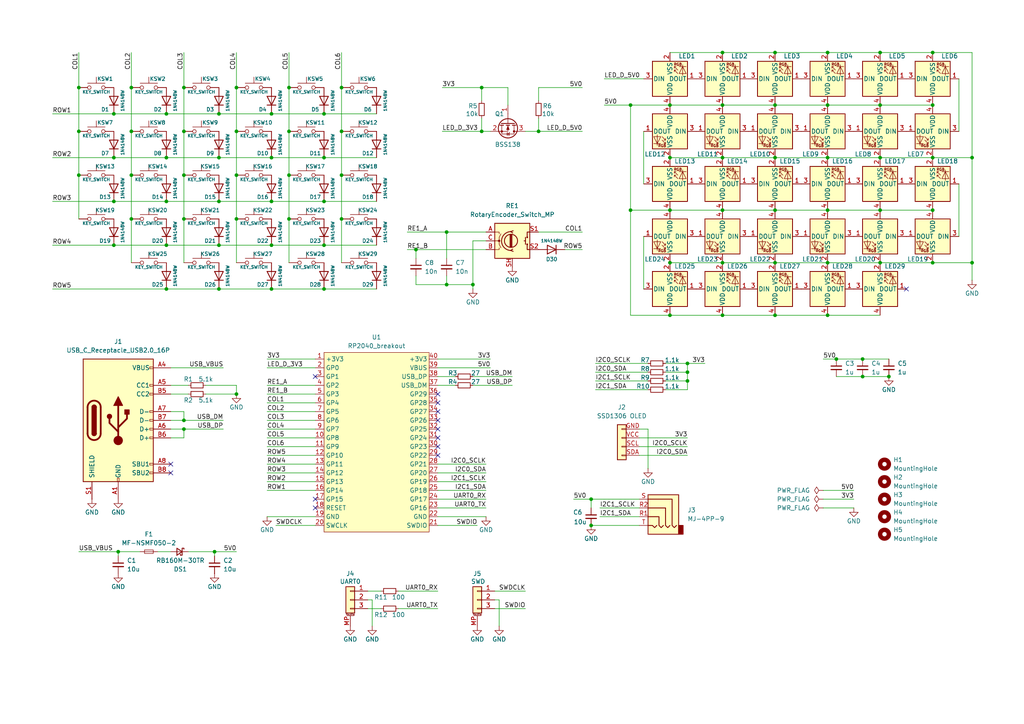
<source format=kicad_sch>
(kicad_sch (version 20231120) (generator "eeschema") (generator_version "8.0")
  (paper "A4")
  (title_block (title "YUIOP29RE") (date "2024-09-14") (rev "1") (company "KaoriYa"))
  (lib_symbols
    (symbol "Connector:USB_C_Receptacle_USB2.0_16P" (pin_names (offset 1.016))
      (property "Reference" "J" (at 0 22.225 0))
      (property "Value" "USB_C_Receptacle_USB2.0_16P" (at 0 19.685 0))
      (symbol "USB_C_Receptacle_USB2.0_16P_1_1"
        (pin passive line (at 0 -22.86 90) (length 5.08) (name "GND") (number "A1"))
        (pin passive line (at 0 -22.86 90) (length 5.08) hide (name "GND") (number "A12"))
        (pin passive line (at 15.24 15.24 180) (length 5.08) (name "VBUS") (number "A4"))
        (pin bidirectional line (at 15.24 10.16 180) (length 5.08) (name "CC1") (number "A5"))
        (pin bidirectional line (at 15.24 -2.54 180) (length 5.08) (name "D+") (number "A6"))
        (pin bidirectional line (at 15.24 2.54 180) (length 5.08) (name "D-") (number "A7"))
        (pin bidirectional line (at 15.24 -12.7 180) (length 5.08) (name "SBU1") (number "A8"))
        (pin passive line (at 15.24 15.24 180) (length 5.08) hide (name "VBUS") (number "A9"))
        (pin passive line (at 0 -22.86 90) (length 5.08) hide (name "GND") (number "B1"))
        (pin passive line (at 0 -22.86 90) (length 5.08) hide (name "GND") (number "B12"))
        (pin passive line (at 15.24 15.24 180) (length 5.08) hide (name "VBUS") (number "B4"))
        (pin bidirectional line (at 15.24 7.62 180) (length 5.08) (name "CC2") (number "B5"))
        (pin bidirectional line (at 15.24 -5.08 180) (length 5.08) (name "D+") (number "B6"))
        (pin bidirectional line (at 15.24 0 180) (length 5.08) (name "D-") (number "B7"))
        (pin bidirectional line (at 15.24 -15.24 180) (length 5.08) (name "SBU2") (number "B8"))
        (pin passive line (at 15.24 15.24 180) (length 5.08) hide (name "VBUS") (number "B9"))
        (pin passive line (at -7.62 -22.86 90) (length 5.08) (name "SHIELD") (number "S1"))
      )
    )
    (symbol "Connector_Audio:AudioJack4"
      (property "Reference" "J" (at 0 8.89 0))
      (property "Value" "AudioJack4" (at 0 6.35 0))
      (symbol "AudioJack4_1_1"
        (pin passive line (at 5.08 -2.54 180) (length 2.54) (name "~") (number "R1"))
        (pin passive line (at 5.08 0 180) (length 2.54) (name "~") (number "R2"))
        (pin passive line (at 5.08 2.54 180) (length 2.54) (name "~") (number "S"))
        (pin passive line (at 5.08 -5.08 180) (length 2.54) (name "~") (number "T"))
      )
    )
    (symbol "Connector_Generic:Conn_01x04" (pin_names (offset 1.016) hide)
      (property "Reference" "J2" (at 0 8.89 0))
      (property "Value" "SSD1306 OLED" (at 0 6.35 0))
      (symbol "Conn_01x04_1_1"
        (pin passive line (at -5.08 2.54 0) (length 3.81) (name "Pin_1") (number "GND"))
        (pin passive line (at -5.08 -2.54 0) (length 3.81) (name "Pin_3") (number "SCL"))
        (pin passive line (at -5.08 -5.08 0) (length 3.81) (name "Pin_4") (number "SDA"))
        (pin passive line (at -5.08 0 0) (length 3.81) (name "Pin_2") (number "VCC"))
      )
    )
    (symbol "Connector_Generic_MountingPin:Conn_01x03_MountingPin" (pin_names (offset 1.016) hide)
      (property "Reference" "J" (at 0 5.08 0))
      (property "Value" "Conn_01x03_MountingPin" (at 1.27 -5.08 0))
      (symbol "Conn_01x03_MountingPin_1_1"
        (text "Mounting" (at 0 -4.191 0) (effects (font (size 0.381 0.381))))
        (pin passive line (at -5.08 2.54 0) (length 3.81) (name "Pin_1") (number "1"))
        (pin passive line (at -5.08 0 0) (length 3.81) (name "Pin_2") (number "2"))
        (pin passive line (at -5.08 -2.54 0) (length 3.81) (name "Pin_3") (number "3"))
        (pin passive line (at 0 -7.62 90) (length 3.048) (name "MountPin") (number "MP"))
      )
    )
    (symbol "Device:C_Small" (pin_numbers hide) (pin_names (offset 0.254) hide)
      (property "Reference" "C" (at 0.254 1.778 0))
      (property "Value" "C_Small" (at 0.254 -2.032 0))
      (symbol "C_Small_1_1"
        (pin passive line (at 0 2.54 270) (length 2.032) (name "~") (number "1"))
        (pin passive line (at 0 -2.54 90) (length 2.032) (name "~") (number "2"))
      )
    )
    (symbol "Device:D_Schottky_Small" (pin_numbers hide) (pin_names (offset 0.254) hide)
      (property "Reference" "D" (at -1.27 2.032 0))
      (property "Value" "D_Schottky_Small" (at -7.112 -2.032 0))
      (symbol "D_Schottky_Small_1_1"
        (pin passive line (at -2.54 0 0) (length 1.778) (name "K") (number "1"))
        (pin passive line (at 2.54 0 180) (length 1.778) (name "A") (number "2"))
      )
    )
    (symbol "Device:Fuse_Small" (pin_numbers hide) (pin_names (offset 0.254) hide)
      (property "Reference" "F" (at 0 -1.524 0))
      (property "Value" "Fuse_Small" (at 0 1.524 0))
      (symbol "Fuse_Small_1_1"
        (pin passive line (at -2.54 0 0) (length 1.27) (name "~") (number "1"))
        (pin passive line (at 2.54 0 180) (length 1.27) (name "~") (number "2"))
      )
    )
    (symbol "Device:R_Small" (pin_numbers hide) (pin_names (offset 0.254) hide)
      (property "Reference" "R" (at 0.762 0.508 0))
      (property "Value" "R_Small" (at 0.762 -1.016 0))
      (symbol "R_Small_1_1"
        (pin passive line (at 0 2.54 270) (length 0.762) (name "~") (number "1"))
        (pin passive line (at 0 -2.54 90) (length 0.762) (name "~") (number "2"))
      )
    )
    (symbol "Device:RotaryEncoder_Switch_MP" (pin_names (offset 0.254) hide)
      (property "Reference" "RE1" (at 0 10.16 0))
      (property "Value" "RotaryEncoder_Switch_MP" (at 0 7.62 0))
      (symbol "RotaryEncoder_Switch_MP_1_1"
        (pin passive line (at -7.62 2.54 0) (length 2.54) (name "A") (number "A"))
        (pin passive line (at -7.62 -2.54 0) (length 2.54) (name "B") (number "B"))
        (pin passive line (at -7.62 0 0) (length 2.54) (name "C") (number "C"))
        (pin passive line (at 7.62 2.54 180) (length 2.54) (name "S1") (number "S1"))
        (pin passive line (at 7.62 -2.54 180) (length 2.54) (name "S2") (number "S2"))
        (pin passive line (at 0 -7.62 90) (length 2.54) (name "SH") (number "SH"))
      )
    )
    (symbol "Diode:1N4148W" (pin_numbers hide) (pin_names hide)
      (property "Reference" "D" (at 0 2.54 0))
      (property "Value" "1N4148W" (at 0 -2.54 0))
      (symbol "1N4148W_1_1"
        (pin passive line (at -3.81 0 0) (length 2.54) (name "K") (number "1"))
        (pin passive line (at 3.81 0 180) (length 2.54) (name "A") (number "2"))
      )
    )
    (symbol "Mechanical:MountingHole" (pin_names (offset 1.016)) (exclude_from_sim yes) (in_bom no)
      (property "Reference" "H" (at 0 5.08 0))
      (property "Value" "MountingHole" (at 0 3.175 0))
    )
    (symbol "Switch:SW_Push" (pin_numbers hide) (pin_names (offset 1.016) hide)
      (property "Reference" "SW" (at 1.27 2.54 0))
      (property "Value" "SW_Push" (at 0 -1.524 0))
      (symbol "SW_Push_0_1"
        (pin passive line (at -5.08 0 0) (length 2.54) (name "1") (number "1"))
        (pin passive line (at 5.08 0 180) (length 2.54) (name "2") (number "2"))
      )
    )
    (symbol "SwitchScience:RP2040_breakout"
      (property "Reference" "U" (at 0 34.925 0))
      (property "Value" "RP2040_breakout" (at 0 32.385 0))
      (symbol "RP2040_breakout_1_1"
        (pin power_in line (at -17.78 29.21 0) (length 2.54) (name "+3V3") (number "1"))
        (pin bidirectional line (at -17.78 6.35 0) (length 2.54) (name "GP8") (number "10"))
        (pin bidirectional line (at -17.78 3.81 0) (length 2.54) (name "GP9") (number "11"))
        (pin bidirectional line (at -17.78 1.27 0) (length 2.54) (name "GP10") (number "12"))
        (pin bidirectional line (at -17.78 -1.27 0) (length 2.54) (name "GP11") (number "13"))
        (pin bidirectional line (at -17.78 -3.81 0) (length 2.54) (name "GP12") (number "14"))
        (pin bidirectional line (at -17.78 -6.35 0) (length 2.54) (name "GP13") (number "15"))
        (pin bidirectional line (at -17.78 -8.89 0) (length 2.54) (name "GP14") (number "16"))
        (pin bidirectional line (at -17.78 -11.43 0) (length 2.54) (name "GP15") (number "17"))
        (pin input line (at -17.78 -13.97 0) (length 2.54) (name "RESET") (number "18"))
        (pin power_in line (at -17.78 -16.51 0) (length 2.54) (name "GND") (number "19"))
        (pin bidirectional line (at -17.78 26.67 0) (length 2.54) (name "GP0") (number "2"))
        (pin input line (at -17.78 -19.05 0) (length 2.54) (name "SWCLK") (number "20"))
        (pin bidirectional line (at 17.78 -19.05 180) (length 2.54) (name "SWDIO") (number "21"))
        (pin power_in line (at 17.78 -16.51 180) (length 2.54) (name "GND") (number "22"))
        (pin bidirectional line (at 17.78 -13.97 180) (length 2.54) (name "GP16") (number "23"))
        (pin bidirectional line (at 17.78 -11.43 180) (length 2.54) (name "GP17") (number "24"))
        (pin bidirectional line (at 17.78 -8.89 180) (length 2.54) (name "GP18") (number "25"))
        (pin bidirectional line (at 17.78 -6.35 180) (length 2.54) (name "GP19") (number "26"))
        (pin bidirectional line (at 17.78 -3.81 180) (length 2.54) (name "GP20") (number "27"))
        (pin bidirectional line (at 17.78 -1.27 180) (length 2.54) (name "GP21") (number "28"))
        (pin bidirectional line (at 17.78 1.27 180) (length 2.54) (name "GP22") (number "29"))
        (pin bidirectional line (at -17.78 24.13 0) (length 2.54) (name "GP1") (number "3"))
        (pin bidirectional line (at 17.78 3.81 180) (length 2.54) (name "GP23") (number "30"))
        (pin bidirectional line (at 17.78 6.35 180) (length 2.54) (name "GP24") (number "31"))
        (pin bidirectional line (at 17.78 8.89 180) (length 2.54) (name "GP25") (number "32"))
        (pin bidirectional line (at 17.78 11.43 180) (length 2.54) (name "GP26") (number "33"))
        (pin bidirectional line (at 17.78 13.97 180) (length 2.54) (name "GP27") (number "34"))
        (pin bidirectional line (at 17.78 16.51 180) (length 2.54) (name "GP28") (number "35"))
        (pin bidirectional line (at 17.78 19.05 180) (length 2.54) (name "GP29") (number "36"))
        (pin bidirectional line (at 17.78 21.59 180) (length 2.54) (name "USB_DM") (number "37"))
        (pin bidirectional line (at 17.78 24.13 180) (length 2.54) (name "USB_DP") (number "38"))
        (pin power_in line (at 17.78 26.67 180) (length 2.54) (name "VBUS") (number "39"))
        (pin bidirectional line (at -17.78 21.59 0) (length 2.54) (name "GP2") (number "4"))
        (pin power_in line (at 17.78 29.21 180) (length 2.54) (name "+3V3") (number "40"))
        (pin bidirectional line (at -17.78 19.05 0) (length 2.54) (name "GP3") (number "5"))
        (pin bidirectional line (at -17.78 16.51 0) (length 2.54) (name "GP4") (number "6"))
        (pin bidirectional line (at -17.78 13.97 0) (length 2.54) (name "GP5") (number "7"))
        (pin bidirectional line (at -17.78 11.43 0) (length 2.54) (name "GP6") (number "8"))
        (pin bidirectional line (at -17.78 8.89 0) (length 2.54) (name "GP7") (number "9"))
      )
    )
    (symbol "Transistor_FET:BSS138" (pin_names hide)
      (property "Reference" "Q" (at 5.08 1.905 0))
      (property "Value" "BSS138" (at 5.08 0 0))
      (symbol "BSS138_1_1"
        (pin input line (at -5.08 0 0) (length 2.54) (name "G") (number "1"))
        (pin passive line (at 2.54 -5.08 90) (length 2.54) (name "S") (number "2"))
        (pin passive line (at 2.54 5.08 270) (length 2.54) (name "D") (number "3"))
      )
    )
    (symbol "power:GND" (power) (pin_numbers hide) (pin_names (offset 0) hide)
      (property "Value" "GND" (at 0 -3.81 0))
      (symbol "GND_1_1"
        (pin power_in line (at 0 0 270) (length 0) (name "~") (number "1"))
      )
    )
    (symbol "power:PWR_FLAG" (power) (pin_numbers hide) (pin_names (offset 0) hide)
      (property "Value" "PWR_FLAG" (at 0 3.81 0))
      (symbol "PWR_FLAG_0_0"
        (pin power_out line (at 0 0 90) (length 0) (name "~") (number "1"))
      )
    )
    (symbol "yuiop:WS2812C-2020" (pin_names (offset 0.254))
      (property "Reference" "LED" (at 5.08 5.715 0))
      (property "Value" "WS2812C-2020" (at 1.27 -5.715 0))
      (symbol "WS2812C-2020_0_0"
        (text "RGB" (at 2.286 -4.191 0) (effects (font (size 0.762 0.762))))
      )
      (symbol "WS2812C-2020_1_1"
        (pin output line (at 7.62 0 180) (length 2.54) (name "DOUT") (number "1"))
        (pin power_in line (at 0 -7.62 90) (length 2.54) (name "VSS") (number "2"))
        (pin input line (at -7.62 0 0) (length 2.54) (name "DIN") (number "3"))
        (pin power_in line (at 0 7.62 270) (length 2.54) (name "VDD") (number "4"))
      )
    )
  )
  (junction (at 257.81 109.22))
  (junction (at 53.34 38.1))
  (junction (at 281.94 45.72))
  (junction (at 48.26 83.82))
  (junction (at 22.86 38.1))
  (junction (at 209.55 60.96))
  (junction (at 53.34 50.8))
  (junction (at 68.58 63.5))
  (junction (at 171.45 144.78))
  (junction (at 33.02 71.12))
  (junction (at 99.06 50.8))
  (junction (at 33.02 45.72))
  (junction (at 255.27 60.96))
  (junction (at 93.98 83.82))
  (junction (at 99.06 63.5))
  (junction (at 242.57 104.14))
  (junction (at 99.06 38.1))
  (junction (at 93.98 33.02))
  (junction (at 53.34 124.46))
  (junction (at 209.55 76.2))
  (junction (at 270.51 76.2))
  (junction (at 34.29 160.02))
  (junction (at 137.16 82.55))
  (junction (at 250.19 109.22))
  (junction (at 209.55 30.48))
  (junction (at 83.82 50.8))
  (junction (at 93.98 71.12))
  (junction (at 53.34 25.4))
  (junction (at 182.88 60.96))
  (junction (at 120.65 72.39))
  (junction (at 129.54 82.55))
  (junction (at 255.27 15.24))
  (junction (at 48.26 71.12))
  (junction (at 240.03 45.72))
  (junction (at 78.74 71.12))
  (junction (at 156.21 38.1))
  (junction (at 270.51 60.96))
  (junction (at 53.34 63.5))
  (junction (at 38.1 38.1))
  (junction (at 38.1 50.8))
  (junction (at 99.06 25.4))
  (junction (at 129.54 67.31))
  (junction (at 209.55 91.44))
  (junction (at 240.03 91.44))
  (junction (at 63.5 83.82))
  (junction (at 194.31 60.96))
  (junction (at 83.82 25.4))
  (junction (at 63.5 58.42))
  (junction (at 240.03 76.2))
  (junction (at 139.7 25.4))
  (junction (at 281.94 76.2))
  (junction (at 63.5 71.12))
  (junction (at 38.1 63.5))
  (junction (at 209.55 15.24))
  (junction (at 78.74 83.82))
  (junction (at 48.26 58.42))
  (junction (at 48.26 45.72))
  (junction (at 194.31 76.2))
  (junction (at 22.86 25.4))
  (junction (at 255.27 76.2))
  (junction (at 68.58 25.4))
  (junction (at 224.79 30.48))
  (junction (at 63.5 33.02))
  (junction (at 171.45 152.4))
  (junction (at 139.7 38.1))
  (junction (at 83.82 38.1))
  (junction (at 194.31 91.44))
  (junction (at 78.74 45.72))
  (junction (at 68.58 114.3))
  (junction (at 199.39 107.95))
  (junction (at 270.51 30.48))
  (junction (at 224.79 60.96))
  (junction (at 62.23 160.02))
  (junction (at 240.03 30.48))
  (junction (at 224.79 15.24))
  (junction (at 22.86 50.8))
  (junction (at 33.02 33.02))
  (junction (at 53.34 121.92))
  (junction (at 83.82 63.5))
  (junction (at 255.27 45.72))
  (junction (at 78.74 33.02))
  (junction (at 68.58 38.1))
  (junction (at 93.98 45.72))
  (junction (at 199.39 110.49))
  (junction (at 209.55 45.72))
  (junction (at 93.98 58.42))
  (junction (at 48.26 33.02))
  (junction (at 194.31 45.72))
  (junction (at 194.31 30.48))
  (junction (at 255.27 30.48))
  (junction (at 78.74 58.42))
  (junction (at 250.19 104.14))
  (junction (at 33.02 58.42))
  (junction (at 199.39 105.41))
  (junction (at 224.79 45.72))
  (junction (at 38.1 25.4))
  (junction (at 270.51 45.72))
  (junction (at 182.88 30.48))
  (junction (at 270.51 15.24))
  (junction (at 224.79 91.44))
  (junction (at 68.58 50.8))
  (junction (at 224.79 76.2))
  (junction (at 63.5 45.72))
  (junction (at 240.03 15.24))
  (junction (at 240.03 60.96))
  (no_connect (at 91.44 144.78))
  (no_connect (at 91.44 109.22))
  (no_connect (at 262.89 83.82))
  (no_connect (at 127 124.46))
  (no_connect (at 91.44 147.32))
  (no_connect (at 127 132.08))
  (no_connect (at 127 119.38))
  (no_connect (at 127 116.84))
  (no_connect (at 49.53 134.62))
  (no_connect (at 127 127))
  (no_connect (at 49.53 137.16))
  (no_connect (at 127 114.3))
  (no_connect (at 127 121.92))
  (no_connect (at 127 129.54))
  (wire (pts (xy 62.23 160.02) (xy 62.23 161.29)))
  (wire (pts (xy 173.99 147.32) (xy 185.42 147.32)))
  (wire (pts (xy 194.31 76.2) (xy 209.55 76.2)))
  (wire (pts (xy 68.58 111.76) (xy 68.58 114.3)))
  (wire (pts (xy 77.47 121.92) (xy 91.44 121.92)))
  (wire (pts (xy 59.69 111.76) (xy 68.58 111.76)))
  (wire (pts (xy 240.03 91.44) (xy 255.27 91.44)))
  (wire (pts (xy 53.34 124.46) (xy 64.77 124.46)))
  (wire (pts (xy 34.29 160.02) (xy 34.29 161.29)))
  (wire (pts (xy 139.7 34.29) (xy 139.7 38.1)))
  (wire (pts (xy 139.7 38.1) (xy 142.24 38.1)))
  (wire (pts (xy 127 104.14) (xy 142.24 104.14)))
  (wire (pts (xy 182.88 30.48) (xy 194.31 30.48)))
  (wire (pts (xy 91.44 149.86) (xy 77.47 149.86)))
  (wire (pts (xy 156.21 25.4) (xy 156.21 29.21)))
  (wire (pts (xy 224.79 60.96) (xy 240.03 60.96)))
  (wire (pts (xy 173.99 149.86) (xy 185.42 149.86)))
  (wire (pts (xy 163.83 72.39) (xy 168.91 72.39)))
  (wire (pts (xy 77.47 134.62) (xy 91.44 134.62)))
  (wire (pts (xy 238.76 147.32) (xy 247.65 147.32)))
  (wire (pts (xy 107.95 173.99) (xy 106.68 173.99)))
  (wire (pts (xy 129.54 67.31) (xy 140.97 67.31)))
  (wire (pts (xy 93.98 33.02) (xy 109.22 33.02)))
  (wire (pts (xy 127 106.68) (xy 142.24 106.68)))
  (wire (pts (xy 53.34 63.5) (xy 53.34 76.2)))
  (wire (pts (xy 128.27 25.4) (xy 139.7 25.4)))
  (wire (pts (xy 270.51 76.2) (xy 281.94 76.2)))
  (wire (pts (xy 49.53 119.38) (xy 53.34 119.38)))
  (wire (pts (xy 63.5 58.42) (xy 78.74 58.42)))
  (wire (pts (xy 120.65 82.55) (xy 129.54 82.55)))
  (wire (pts (xy 62.23 160.02) (xy 68.58 160.02)))
  (wire (pts (xy 242.57 109.22) (xy 250.19 109.22)))
  (wire (pts (xy 224.79 91.44) (xy 240.03 91.44)))
  (wire (pts (xy 127 142.24) (xy 140.97 142.24)))
  (wire (pts (xy 68.58 15.24) (xy 68.58 25.4)))
  (wire (pts (xy 93.98 45.72) (xy 109.22 45.72)))
  (wire (pts (xy 120.65 72.39) (xy 120.65 74.93)))
  (wire (pts (xy 22.86 160.02) (xy 34.29 160.02)))
  (wire (pts (xy 77.47 132.08) (xy 91.44 132.08)))
  (wire (pts (xy 120.65 80.01) (xy 120.65 82.55)))
  (wire (pts (xy 83.82 25.4) (xy 83.82 38.1)))
  (wire (pts (xy 78.74 83.82) (xy 93.98 83.82)))
  (wire (pts (xy 193.04 110.49) (xy 199.39 110.49)))
  (wire (pts (xy 140.97 144.78) (xy 127 144.78)))
  (wire (pts (xy 63.5 71.12) (xy 78.74 71.12)))
  (wire (pts (xy 83.82 63.5) (xy 83.82 76.2)))
  (wire (pts (xy 45.72 160.02) (xy 49.53 160.02)))
  (wire (pts (xy 127 139.7) (xy 140.97 139.7)))
  (wire (pts (xy 91.44 104.14) (xy 77.47 104.14)))
  (wire (pts (xy 107.95 181.61) (xy 107.95 173.99)))
  (wire (pts (xy 115.57 176.53) (xy 127 176.53)))
  (wire (pts (xy 156.21 38.1) (xy 168.91 38.1)))
  (wire (pts (xy 68.58 25.4) (xy 68.58 38.1)))
  (wire (pts (xy 53.34 127) (xy 53.34 124.46)))
  (wire (pts (xy 54.61 160.02) (xy 62.23 160.02)))
  (wire (pts (xy 250.19 104.14) (xy 257.81 104.14)))
  (wire (pts (xy 93.98 71.12) (xy 109.22 71.12)))
  (wire (pts (xy 209.55 60.96) (xy 224.79 60.96)))
  (wire (pts (xy 144.78 181.61) (xy 144.78 173.99)))
  (wire (pts (xy 77.47 116.84) (xy 91.44 116.84)))
  (wire (pts (xy 38.1 15.24) (xy 38.1 25.4)))
  (wire (pts (xy 68.58 63.5) (xy 68.58 76.2)))
  (wire (pts (xy 127 152.4) (xy 138.43 152.4)))
  (wire (pts (xy 238.76 142.24) (xy 247.65 142.24)))
  (wire (pts (xy 255.27 76.2) (xy 270.51 76.2)))
  (wire (pts (xy 15.24 33.02) (xy 33.02 33.02)))
  (wire (pts (xy 194.31 45.72) (xy 209.55 45.72)))
  (wire (pts (xy 172.72 107.95) (xy 187.96 107.95)))
  (wire (pts (xy 270.51 45.72) (xy 281.94 45.72)))
  (wire (pts (xy 209.55 30.48) (xy 224.79 30.48)))
  (wire (pts (xy 78.74 71.12) (xy 93.98 71.12)))
  (wire (pts (xy 77.47 139.7) (xy 91.44 139.7)))
  (wire (pts (xy 127 137.16) (xy 140.97 137.16)))
  (wire (pts (xy 255.27 15.24) (xy 270.51 15.24)))
  (wire (pts (xy 129.54 67.31) (xy 129.54 74.93)))
  (wire (pts (xy 182.88 60.96) (xy 182.88 91.44)))
  (wire (pts (xy 77.47 137.16) (xy 91.44 137.16)))
  (wire (pts (xy 63.5 33.02) (xy 78.74 33.02)))
  (wire (pts (xy 270.51 15.24) (xy 281.94 15.24)))
  (wire (pts (xy 22.86 15.24) (xy 22.86 25.4)))
  (wire (pts (xy 77.47 129.54) (xy 91.44 129.54)))
  (wire (pts (xy 15.24 45.72) (xy 33.02 45.72)))
  (wire (pts (xy 48.26 45.72) (xy 63.5 45.72)))
  (wire (pts (xy 209.55 15.24) (xy 224.79 15.24)))
  (wire (pts (xy 127 109.22) (xy 132.08 109.22)))
  (wire (pts (xy 91.44 152.4) (xy 80.01 152.4)))
  (wire (pts (xy 49.53 121.92) (xy 53.34 121.92)))
  (wire (pts (xy 77.47 127) (xy 91.44 127)))
  (wire (pts (xy 156.21 25.4) (xy 168.91 25.4)))
  (wire (pts (xy 209.55 91.44) (xy 224.79 91.44)))
  (wire (pts (xy 15.24 71.12) (xy 33.02 71.12)))
  (wire (pts (xy 48.26 58.42) (xy 63.5 58.42)))
  (wire (pts (xy 33.02 33.02) (xy 48.26 33.02)))
  (wire (pts (xy 99.06 15.24) (xy 99.06 25.4)))
  (wire (pts (xy 240.03 60.96) (xy 255.27 60.96)))
  (wire (pts (xy 99.06 50.8) (xy 99.06 63.5)))
  (wire (pts (xy 224.79 15.24) (xy 240.03 15.24)))
  (wire (pts (xy 38.1 38.1) (xy 38.1 50.8)))
  (wire (pts (xy 139.7 38.1) (xy 128.27 38.1)))
  (wire (pts (xy 143.51 176.53) (xy 152.4 176.53)))
  (wire (pts (xy 77.47 114.3) (xy 91.44 114.3)))
  (wire (pts (xy 49.53 124.46) (xy 53.34 124.46)))
  (wire (pts (xy 182.88 91.44) (xy 194.31 91.44)))
  (wire (pts (xy 209.55 76.2) (xy 224.79 76.2)))
  (wire (pts (xy 240.03 15.24) (xy 255.27 15.24)))
  (wire (pts (xy 53.34 50.8) (xy 53.34 63.5)))
  (wire (pts (xy 93.98 58.42) (xy 109.22 58.42)))
  (wire (pts (xy 49.53 127) (xy 53.34 127)))
  (wire (pts (xy 281.94 15.24) (xy 281.94 45.72)))
  (wire (pts (xy 53.34 121.92) (xy 64.77 121.92)))
  (wire (pts (xy 77.47 111.76) (xy 91.44 111.76)))
  (wire (pts (xy 78.74 45.72) (xy 93.98 45.72)))
  (wire (pts (xy 15.24 83.82) (xy 48.26 83.82)))
  (wire (pts (xy 78.74 58.42) (xy 93.98 58.42)))
  (wire (pts (xy 77.47 119.38) (xy 91.44 119.38)))
  (wire (pts (xy 171.45 152.4) (xy 185.42 152.4)))
  (wire (pts (xy 194.31 15.24) (xy 209.55 15.24)))
  (wire (pts (xy 127 111.76) (xy 132.08 111.76)))
  (wire (pts (xy 38.1 50.8) (xy 38.1 63.5)))
  (wire (pts (xy 144.78 173.99) (xy 143.51 173.99)))
  (wire (pts (xy 22.86 50.8) (xy 22.86 63.5)))
  (wire (pts (xy 193.04 113.03) (xy 199.39 113.03)))
  (wire (pts (xy 63.5 45.72) (xy 78.74 45.72)))
  (wire (pts (xy 22.86 38.1) (xy 22.86 50.8)))
  (wire (pts (xy 187.96 124.46) (xy 187.96 135.89)))
  (wire (pts (xy 250.19 109.22) (xy 257.81 109.22)))
  (wire (pts (xy 242.57 104.14) (xy 250.19 104.14)))
  (wire (pts (xy 166.37 144.78) (xy 171.45 144.78)))
  (wire (pts (xy 137.16 109.22) (xy 148.59 109.22)))
  (wire (pts (xy 77.47 142.24) (xy 91.44 142.24)))
  (wire (pts (xy 185.42 127) (xy 199.39 127)))
  (wire (pts (xy 53.34 119.38) (xy 53.34 121.92)))
  (wire (pts (xy 185.42 124.46) (xy 187.96 124.46)))
  (wire (pts (xy 185.42 132.08) (xy 199.39 132.08)))
  (wire (pts (xy 48.26 33.02) (xy 63.5 33.02)))
  (wire (pts (xy 33.02 45.72) (xy 48.26 45.72)))
  (wire (pts (xy 278.13 22.86) (xy 278.13 38.1)))
  (wire (pts (xy 224.79 45.72) (xy 240.03 45.72)))
  (wire (pts (xy 77.47 124.46) (xy 91.44 124.46)))
  (wire (pts (xy 78.74 33.02) (xy 93.98 33.02)))
  (wire (pts (xy 193.04 107.95) (xy 199.39 107.95)))
  (wire (pts (xy 106.68 176.53) (xy 110.49 176.53)))
  (wire (pts (xy 172.72 105.41) (xy 187.96 105.41)))
  (wire (pts (xy 186.69 38.1) (xy 186.69 53.34)))
  (wire (pts (xy 140.97 69.85) (xy 137.16 69.85)))
  (wire (pts (xy 139.7 25.4) (xy 139.7 29.21)))
  (wire (pts (xy 281.94 76.2) (xy 281.94 81.28)))
  (wire (pts (xy 255.27 30.48) (xy 270.51 30.48)))
  (wire (pts (xy 49.53 106.68) (xy 64.77 106.68)))
  (wire (pts (xy 143.51 171.45) (xy 152.4 171.45)))
  (wire (pts (xy 175.26 22.86) (xy 186.69 22.86)))
  (wire (pts (xy 137.16 82.55) (xy 137.16 83.82)))
  (wire (pts (xy 83.82 15.24) (xy 83.82 25.4)))
  (wire (pts (xy 172.72 113.03) (xy 187.96 113.03)))
  (wire (pts (xy 137.16 111.76) (xy 148.59 111.76)))
  (wire (pts (xy 99.06 38.1) (xy 99.06 50.8)))
  (wire (pts (xy 139.7 25.4) (xy 147.32 25.4)))
  (wire (pts (xy 175.26 30.48) (xy 182.88 30.48)))
  (wire (pts (xy 238.76 144.78) (xy 247.65 144.78)))
  (wire (pts (xy 83.82 38.1) (xy 83.82 50.8)))
  (wire (pts (xy 224.79 30.48) (xy 240.03 30.48)))
  (wire (pts (xy 99.06 25.4) (xy 99.06 38.1)))
  (wire (pts (xy 120.65 72.39) (xy 140.97 72.39)))
  (wire (pts (xy 199.39 107.95) (xy 199.39 105.41)))
  (wire (pts (xy 48.26 83.82) (xy 63.5 83.82)))
  (wire (pts (xy 129.54 80.01) (xy 129.54 82.55)))
  (wire (pts (xy 38.1 63.5) (xy 38.1 76.2)))
  (wire (pts (xy 147.32 25.4) (xy 147.32 30.48)))
  (wire (pts (xy 63.5 83.82) (xy 78.74 83.82)))
  (wire (pts (xy 48.26 71.12) (xy 63.5 71.12)))
  (wire (pts (xy 209.55 45.72) (xy 224.79 45.72)))
  (wire (pts (xy 171.45 144.78) (xy 185.42 144.78)))
  (wire (pts (xy 278.13 53.34) (xy 278.13 68.58)))
  (wire (pts (xy 185.42 129.54) (xy 199.39 129.54)))
  (wire (pts (xy 68.58 50.8) (xy 68.58 63.5)))
  (wire (pts (xy 83.82 50.8) (xy 83.82 63.5)))
  (wire (pts (xy 193.04 105.41) (xy 199.39 105.41)))
  (wire (pts (xy 22.86 25.4) (xy 22.86 38.1)))
  (wire (pts (xy 53.34 25.4) (xy 53.34 38.1)))
  (wire (pts (xy 281.94 45.72) (xy 281.94 76.2)))
  (wire (pts (xy 99.06 63.5) (xy 99.06 76.2)))
  (wire (pts (xy 129.54 82.55) (xy 137.16 82.55)))
  (wire (pts (xy 182.88 30.48) (xy 182.88 60.96)))
  (wire (pts (xy 240.03 76.2) (xy 255.27 76.2)))
  (wire (pts (xy 33.02 58.42) (xy 48.26 58.42)))
  (wire (pts (xy 68.58 38.1) (xy 68.58 50.8)))
  (wire (pts (xy 194.31 30.48) (xy 209.55 30.48)))
  (wire (pts (xy 127 149.86) (xy 140.97 149.86)))
  (wire (pts (xy 38.1 25.4) (xy 38.1 38.1)))
  (wire (pts (xy 240.03 30.48) (xy 255.27 30.48)))
  (wire (pts (xy 118.11 72.39) (xy 120.65 72.39)))
  (wire (pts (xy 106.68 171.45) (xy 110.49 171.45)))
  (wire (pts (xy 238.76 104.14) (xy 242.57 104.14)))
  (wire (pts (xy 59.69 114.3) (xy 68.58 114.3)))
  (wire (pts (xy 194.31 91.44) (xy 209.55 91.44)))
  (wire (pts (xy 171.45 144.78) (xy 171.45 147.32)))
  (wire (pts (xy 194.31 60.96) (xy 209.55 60.96)))
  (wire (pts (xy 34.29 160.02) (xy 40.64 160.02)))
  (wire (pts (xy 53.34 15.24) (xy 53.34 25.4)))
  (wire (pts (xy 199.39 110.49) (xy 199.39 107.95)))
  (wire (pts (xy 255.27 60.96) (xy 270.51 60.96)))
  (wire (pts (xy 255.27 45.72) (xy 270.51 45.72)))
  (wire (pts (xy 93.98 83.82) (xy 109.22 83.82)))
  (wire (pts (xy 224.79 76.2) (xy 240.03 76.2)))
  (wire (pts (xy 199.39 105.41) (xy 204.47 105.41)))
  (wire (pts (xy 140.97 147.32) (xy 127 147.32)))
  (wire (pts (xy 186.69 68.58) (xy 186.69 83.82)))
  (wire (pts (xy 199.39 113.03) (xy 199.39 110.49)))
  (wire (pts (xy 172.72 110.49) (xy 187.96 110.49)))
  (wire (pts (xy 49.53 111.76) (xy 54.61 111.76)))
  (wire (pts (xy 49.53 114.3) (xy 54.61 114.3)))
  (wire (pts (xy 156.21 34.29) (xy 156.21 38.1)))
  (wire (pts (xy 115.57 171.45) (xy 127 171.45)))
  (wire (pts (xy 77.47 106.68) (xy 91.44 106.68)))
  (wire (pts (xy 152.4 38.1) (xy 156.21 38.1)))
  (wire (pts (xy 33.02 71.12) (xy 48.26 71.12)))
  (wire (pts (xy 156.21 67.31) (xy 168.91 67.31)))
  (wire (pts (xy 182.88 60.96) (xy 194.31 60.96)))
  (wire (pts (xy 127 134.62) (xy 140.97 134.62)))
  (wire (pts (xy 15.24 58.42) (xy 33.02 58.42)))
  (wire (pts (xy 240.03 45.72) (xy 255.27 45.72)))
  (wire (pts (xy 53.34 38.1) (xy 53.34 50.8)))
  (wire (pts (xy 137.16 69.85) (xy 137.16 82.55)))
  (wire (pts (xy 118.11 67.31) (xy 129.54 67.31)))
  (label "3V3" (at 204.47 105.41 180))
  (label "5V0" (at 247.65 142.24 180))
  (label "3V3" (at 128.27 25.4 0))
  (label "I2C0_SDA" (at 140.97 137.16 180))
  (label "I2C1_SDA" (at 140.97 142.24 180))
  (label "LED_D_3V3" (at 128.27 38.1 0))
  (label "COL6" (at 99.06 15.24 270))
  (label "LED_D_5V0" (at 168.91 38.1 180))
  (label "RE1_B" (at 118.11 72.39 0))
  (label "I2C0_SCLK" (at 199.39 129.54 180))
  (label "COL5" (at 83.82 15.24 270))
  (label "COL2" (at 38.1 15.24 270))
  (label "RE1_B" (at 77.47 114.3 0))
  (label "5V0" (at 175.26 30.48 0))
  (label "ROW2" (at 77.47 139.7 0))
  (label "USB_DP" (at 64.77 124.46 180))
  (label "ROW3" (at 15.24 58.42 0))
  (label "I2C1_SCLK" (at 173.99 147.32 0))
  (label "5V0" (at 238.76 104.14 0))
  (label "3V3" (at 77.47 104.14 0))
  (label "ROW4" (at 77.47 134.62 0))
  (label "ROW3" (at 77.47 137.16 0))
  (label "ROW4" (at 15.24 71.12 0))
  (label "LED_D_3V3" (at 77.47 106.68 0))
  (label "5V0" (at 166.37 144.78 0))
  (label "COL2" (at 77.47 119.38 0))
  (label "SWDCLK" (at 80.01 152.4 0))
  (label "ROW5" (at 15.24 83.82 0))
  (label "I2C0_SDA" (at 199.39 132.08 180))
  (label "I2C1_SDA" (at 172.72 113.03 0))
  (label "COL6" (at 77.47 129.54 0))
  (label "ROW5" (at 168.91 72.39 180))
  (label "ROW1" (at 15.24 33.02 0))
  (label "I2C0_SCLK" (at 172.72 105.41 0))
  (label "SWDCLK" (at 152.4 171.45 180))
  (label "RE1_A" (at 77.47 111.76 0))
  (label "I2C1_SDA" (at 173.99 149.86 0))
  (label "I2C0_SCLK" (at 140.97 134.62 180))
  (label "SWDIO" (at 152.4 176.53 180))
  (label "USB_VBUS" (at 64.77 106.68 180))
  (label "UART0_TX" (at 127 176.53 180))
  (label "RE1_A" (at 118.11 67.31 0))
  (label "COL4" (at 68.58 15.24 270))
  (label "COL3" (at 77.47 121.92 0))
  (label "ROW1" (at 77.47 142.24 0))
  (label "I2C1_SCLK" (at 140.97 139.7 180))
  (label "COL5" (at 77.47 127 0))
  (label "COL4" (at 77.47 124.46 0))
  (label "3V3" (at 142.24 104.14 180))
  (label "COL1" (at 77.47 116.84 0))
  (label "COL1" (at 168.91 67.31 180))
  (label "5V0" (at 168.91 25.4 180))
  (label "UART0_RX" (at 140.97 144.78 180))
  (label "COL1" (at 22.86 15.24 270))
  (label "LED_D_5V0" (at 175.26 22.86 0))
  (label "I2C1_SCLK" (at 172.72 110.49 0))
  (label "USB_DM" (at 148.59 109.22 180))
  (label "3V3" (at 247.65 144.78 180))
  (label "ROW2" (at 15.24 45.72 0))
  (label "COL3" (at 53.34 15.24 270))
  (label "I2C0_SDA" (at 172.72 107.95 0))
  (label "USB_DP" (at 148.59 111.76 180))
  (label "UART0_TX" (at 140.97 147.32 180))
  (label "3V3" (at 199.39 127 180))
  (label "ROW5" (at 77.47 132.08 0))
  (label "USB_VBUS" (at 22.86 160.02 0))
  (label "UART0_RX" (at 127 171.45 180))
  (label "5V0" (at 142.24 106.68 180))
  (label "5V0" (at 68.58 160.02 180))
  (label "SWDIO" (at 138.43 152.4 180))
  (label "USB_DM" (at 64.77 121.92 180))
  (symbol (lib_id "yuiop:WS2812C-2020") (at 194.31 68.58 0) (mirror y) (unit 1)
    (property "Reference" "LED24" (at 186.944 75.184 0) (effects (justify right)))
    (property "Value" "WS2812C-2020" (effects (hide yes)))
    (property "Footprint" "yuiop:LED_WS2812C-2020_BackMount_v2" (effects (hide yes)))
    (property "Datasheet" "https://akizukidenshi.com/catalog/g/g115068/" (effects (hide yes)))
    (property "Description" "RGB LED with integrated controller, 2.0 x 2.0 mm, 5 mA" (effects (hide yes)))
  )
  (symbol (lib_id "Switch:SW_Push") (at 88.9 25.4 0) (unit 1)
    (property "Reference" "KSW5" (at 91.44 22.86 0) (effects (font (size 1.0922 1.0922))))
    (property "Value" "KEY_SWITCH" (at 88.9 26.67 0) (effects (font (size 0.889 0.889))))
    (property "Footprint" "yuiop:Cherry_MX_Hotswap_1.0u_v4" (effects (hide yes)))
  )
  (symbol (lib_id "Diode:1N4148W") (at 93.98 41.91 90) (unit 1)
    (property "Reference" "D11" (at 91.44 44.45 90) (effects (font (size 1.0922 1.0922))))
    (property "Value" "1N4148W" (at 96.52 41.91 0) (effects (font (size 0.889 0.889))))
    (property "Footprint" "yuiop:D_SOD-123_v2" (effects (hide yes)))
    (property "Datasheet" "https://www.vishay.com/docs/85748/1n4148w.pdf" (effects (hide yes)))
    (property "Description" "75V 0.15A Fast Switching Diode, SOD-123" (effects (hide yes)))
    (property "Sim.Device" "D" (effects (hide yes)))
    (property "Sim.Pins" "1=K 2=A" (effects (hide yes)))
  )
  (symbol (lib_id "power:GND") (at 101.6 181.61 0) (unit 1)
    (property "Reference" "#PWR06" (effects (hide yes)))
    (property "Value" "GND" (at 101.6 185.42 0))
    (property "Description" "Power symbol creates a global label with name \"GND\" , ground" (effects (hide yes)))
  )
  (symbol (lib_id "Device:R_Small") (at 57.15 111.76 90) (unit 1)
    (property "Reference" "R1" (at 54.61 109.982 90))
    (property "Value" "5.1k" (at 59.69 109.982 90))
    (property "Footprint" "Resistor_SMD:R_0603_1608Metric" (effects (hide yes)))
    (property "Description" "Resistor, small symbol" (effects (hide yes)))
  )
  (symbol (lib_id "yuiop:WS2812C-2020") (at 209.55 38.1 0) (mirror y) (unit 1)
    (property "Reference" "LED11" (at 202.184 44.704 0) (effects (justify right)))
    (property "Value" "WS2812C-2020" (effects (hide yes)))
    (property "Footprint" "yuiop:LED_WS2812C-2020_BackMount_v2" (effects (hide yes)))
    (property "Datasheet" "https://akizukidenshi.com/catalog/g/g115068/" (effects (hide yes)))
    (property "Description" "RGB LED with integrated controller, 2.0 x 2.0 mm, 5 mA" (effects (hide yes)))
  )
  (symbol (lib_id "Switch:SW_Push") (at 27.94 25.4 0) (unit 1)
    (property "Reference" "KSW1" (at 30.48 22.86 0) (effects (font (size 1.0922 1.0922))))
    (property "Value" "KEY_SWITCH" (at 27.94 26.67 0) (effects (font (size 0.889 0.889))))
    (property "Footprint" "yuiop:Cherry_MX_Hotswap_1.0u_v4" (effects (hide yes)))
  )
  (symbol (lib_id "yuiop:WS2812C-2020") (at 224.79 68.58 0) (mirror y) (unit 1)
    (property "Reference" "LED22" (at 217.424 75.184 0) (effects (justify right)))
    (property "Value" "WS2812C-2020" (effects (hide yes)))
    (property "Footprint" "yuiop:LED_WS2812C-2020_BackMount_v2" (effects (hide yes)))
    (property "Datasheet" "https://akizukidenshi.com/catalog/g/g115068/" (effects (hide yes)))
    (property "Description" "RGB LED with integrated controller, 2.0 x 2.0 mm, 5 mA" (effects (hide yes)))
  )
  (symbol (lib_id "Diode:1N4148W") (at 109.22 80.01 90) (unit 1)
    (property "Reference" "D29" (at 106.68 82.55 90) (effects (font (size 1.0922 1.0922))))
    (property "Value" "1N4148W" (at 111.76 80.01 0) (effects (font (size 0.889 0.889))))
    (property "Footprint" "yuiop:D_SOD-123_v2" (effects (hide yes)))
    (property "Datasheet" "https://www.vishay.com/docs/85748/1n4148w.pdf" (effects (hide yes)))
    (property "Description" "75V 0.15A Fast Switching Diode, SOD-123" (effects (hide yes)))
    (property "Sim.Device" "D" (effects (hide yes)))
    (property "Sim.Pins" "1=K 2=A" (effects (hide yes)))
  )
  (symbol (lib_id "yuiop:WS2812C-2020") (at 240.03 38.1 0) (mirror y) (unit 1)
    (property "Reference" "LED9" (at 232.664 44.704 0) (effects (justify right)))
    (property "Value" "WS2812C-2020" (effects (hide yes)))
    (property "Footprint" "yuiop:LED_WS2812C-2020_BackMount_v2" (effects (hide yes)))
    (property "Datasheet" "https://akizukidenshi.com/catalog/g/g115068/" (effects (hide yes)))
    (property "Description" "RGB LED with integrated controller, 2.0 x 2.0 mm, 5 mA" (effects (hide yes)))
  )
  (symbol (lib_id "Switch:SW_Push") (at 73.66 50.8 0) (unit 1)
    (property "Reference" "KSW16" (at 76.2 48.26 0) (effects (font (size 1.0922 1.0922))))
    (property "Value" "KEY_SWITCH" (at 73.66 52.07 0) (effects (font (size 0.889 0.889))))
    (property "Footprint" "yuiop:Cherry_MX_Hotswap_1.0u_v4" (effects (hide yes)))
  )
  (symbol (lib_id "Device:R_Small") (at 113.03 176.53 90) (mirror x) (unit 1)
    (property "Reference" "R12" (at 110.49 178.308 90))
    (property "Value" "100" (at 115.57 178.308 90))
    (property "Footprint" "Resistor_SMD:R_0603_1608Metric" (effects (hide yes)))
    (property "Description" "Resistor, small symbol" (effects (hide yes)))
  )
  (symbol (lib_id "Switch:SW_Push") (at 73.66 38.1 0) (unit 1)
    (property "Reference" "KSW10" (at 76.2 35.56 0) (effects (font (size 1.0922 1.0922))))
    (property "Value" "KEY_SWITCH" (at 73.66 39.37 0) (effects (font (size 0.889 0.889))))
    (property "Footprint" "yuiop:Cherry_MX_Hotswap_1.0u_v4" (effects (hide yes)))
  )
  (symbol (lib_id "Diode:1N4148W") (at 48.26 67.31 90) (unit 1)
    (property "Reference" "D20" (at 45.72 69.85 90) (effects (font (size 1.0922 1.0922))))
    (property "Value" "1N4148W" (at 50.8 67.31 0) (effects (font (size 0.889 0.889))))
    (property "Footprint" "yuiop:D_SOD-123_v2" (effects (hide yes)))
    (property "Datasheet" "https://www.vishay.com/docs/85748/1n4148w.pdf" (effects (hide yes)))
    (property "Description" "75V 0.15A Fast Switching Diode, SOD-123" (effects (hide yes)))
    (property "Sim.Device" "D" (effects (hide yes)))
    (property "Sim.Pins" "1=K 2=A" (effects (hide yes)))
  )
  (symbol (lib_id "yuiop:WS2812C-2020") (at 255.27 83.82 0) (mirror x) (unit 1)
    (property "Reference" "LED29" (at 262.636 77.216 0) (effects (justify right)))
    (property "Value" "WS2812C-2020" (effects (hide yes)))
    (property "Footprint" "yuiop:LED_WS2812C-2020_BackMount_v2" (effects (hide yes)))
    (property "Datasheet" "https://akizukidenshi.com/catalog/g/g115068/" (effects (hide yes)))
    (property "Description" "RGB LED with integrated controller, 2.0 x 2.0 mm, 5 mA" (effects (hide yes)))
  )
  (symbol (lib_id "yuiop:WS2812C-2020") (at 224.79 22.86 0) (mirror x) (unit 1)
    (property "Reference" "LED3" (at 232.156 16.256 0) (effects (justify right)))
    (property "Value" "WS2812C-2020" (effects (hide yes)))
    (property "Footprint" "yuiop:LED_WS2812C-2020_BackMount_v2" (effects (hide yes)))
    (property "Datasheet" "https://akizukidenshi.com/catalog/g/g115068/" (effects (hide yes)))
    (property "Description" "RGB LED with integrated controller, 2.0 x 2.0 mm, 5 mA" (effects (hide yes)))
  )
  (symbol (lib_id "Device:R_Small") (at 190.5 105.41 90) (unit 1)
    (property "Reference" "R7" (at 188.468 105.156 90) (effects (justify left top)))
    (property "Value" "1.1k" (at 192.786 105.156 90) (effects (justify right top)))
    (property "Footprint" "Resistor_SMD:R_0603_1608Metric" (effects (hide yes)))
    (property "Description" "Resistor, small symbol" (effects (hide yes)))
  )
  (symbol (lib_id "yuiop:WS2812C-2020") (at 209.55 68.58 0) (mirror y) (unit 1)
    (property "Reference" "LED23" (at 202.184 75.184 0) (effects (justify right)))
    (property "Value" "WS2812C-2020" (effects (hide yes)))
    (property "Footprint" "yuiop:LED_WS2812C-2020_BackMount_v2" (effects (hide yes)))
    (property "Datasheet" "https://akizukidenshi.com/catalog/g/g115068/" (effects (hide yes)))
    (property "Description" "RGB LED with integrated controller, 2.0 x 2.0 mm, 5 mA" (effects (hide yes)))
  )
  (symbol (lib_id "Device:C_Small") (at 34.29 163.83 0) (unit 1)
    (property "Reference" "C1" (at 36.83 162.5662 0) (effects (justify left)))
    (property "Value" "10u" (at 36.83 165.1062 0) (effects (justify left)))
    (property "Footprint" "Capacitor_SMD:C_0603_1608Metric" (effects (hide yes)))
    (property "Description" "Unpolarized capacitor, small symbol" (effects (hide yes)))
  )
  (symbol (lib_id "Diode:1N4148W") (at 48.26 80.01 90) (unit 1)
    (property "Reference" "D25" (at 45.72 82.55 90) (effects (font (size 1.0922 1.0922))))
    (property "Value" "1N4148W" (at 50.8 80.01 0) (effects (font (size 0.889 0.889))))
    (property "Footprint" "yuiop:D_SOD-123_v2" (effects (hide yes)))
    (property "Datasheet" "https://www.vishay.com/docs/85748/1n4148w.pdf" (effects (hide yes)))
    (property "Description" "75V 0.15A Fast Switching Diode, SOD-123" (effects (hide yes)))
    (property "Sim.Device" "D" (effects (hide yes)))
    (property "Sim.Pins" "1=K 2=A" (effects (hide yes)))
  )
  (symbol (lib_id "Diode:1N4148W") (at 63.5 41.91 90) (unit 1)
    (property "Reference" "D9" (at 60.96 44.45 90) (effects (font (size 1.0922 1.0922))))
    (property "Value" "1N4148W" (at 66.04 41.91 0) (effects (font (size 0.889 0.889))))
    (property "Footprint" "yuiop:D_SOD-123_v2" (effects (hide yes)))
    (property "Datasheet" "https://www.vishay.com/docs/85748/1n4148w.pdf" (effects (hide yes)))
    (property "Description" "75V 0.15A Fast Switching Diode, SOD-123" (effects (hide yes)))
    (property "Sim.Device" "D" (effects (hide yes)))
    (property "Sim.Pins" "1=K 2=A" (effects (hide yes)))
  )
  (symbol (lib_id "Diode:1N4148W") (at 109.22 67.31 90) (unit 1)
    (property "Reference" "D24" (at 106.68 69.85 90) (effects (font (size 1.0922 1.0922))))
    (property "Value" "1N4148W" (at 111.76 67.31 0) (effects (font (size 0.889 0.889))))
    (property "Footprint" "yuiop:D_SOD-123_v2" (effects (hide yes)))
    (property "Datasheet" "https://www.vishay.com/docs/85748/1n4148w.pdf" (effects (hide yes)))
    (property "Description" "75V 0.15A Fast Switching Diode, SOD-123" (effects (hide yes)))
    (property "Sim.Device" "D" (effects (hide yes)))
    (property "Sim.Pins" "1=K 2=A" (effects (hide yes)))
  )
  (symbol (lib_id "Switch:SW_Push") (at 27.94 63.5 0) (unit 1)
    (property "Reference" "KSW19" (at 30.48 60.96 0) (effects (font (size 1.0922 1.0922))))
    (property "Value" "KEY_SWITCH" (at 27.94 64.77 0) (effects (font (size 0.889 0.889))))
    (property "Footprint" "yuiop:Cherry_MX_Hotswap_1.0u_v4" (effects (hide yes)))
  )
  (symbol (lib_id "Diode:1N4148W") (at 33.02 54.61 90) (unit 1)
    (property "Reference" "D13" (at 30.48 57.15 90) (effects (font (size 1.0922 1.0922))))
    (property "Value" "1N4148W" (at 35.56 54.61 0) (effects (font (size 0.889 0.889))))
    (property "Footprint" "yuiop:D_SOD-123_v2" (effects (hide yes)))
    (property "Datasheet" "https://www.vishay.com/docs/85748/1n4148w.pdf" (effects (hide yes)))
    (property "Description" "75V 0.15A Fast Switching Diode, SOD-123" (effects (hide yes)))
    (property "Sim.Device" "D" (effects (hide yes)))
    (property "Sim.Pins" "1=K 2=A" (effects (hide yes)))
  )
  (symbol (lib_id "Device:R_Small") (at 57.15 114.3 90) (unit 1)
    (property "Reference" "R2" (at 54.61 116.078 90))
    (property "Value" "5.1k" (at 59.69 116.078 90))
    (property "Footprint" "Resistor_SMD:R_0603_1608Metric" (effects (hide yes)))
    (property "Description" "Resistor, small symbol" (effects (hide yes)))
  )
  (symbol (lib_id "Diode:1N4148W") (at 78.74 29.21 90) (unit 1)
    (property "Reference" "D4" (at 76.2 31.75 90) (effects (font (size 1.0922 1.0922))))
    (property "Value" "1N4148W" (at 81.28 29.21 0) (effects (font (size 0.889 0.889))))
    (property "Footprint" "yuiop:D_SOD-123_v2" (effects (hide yes)))
    (property "Datasheet" "https://www.vishay.com/docs/85748/1n4148w.pdf" (effects (hide yes)))
    (property "Description" "75V 0.15A Fast Switching Diode, SOD-123" (effects (hide yes)))
    (property "Sim.Device" "D" (effects (hide yes)))
    (property "Sim.Pins" "1=K 2=A" (effects (hide yes)))
  )
  (symbol (lib_id "power:GND") (at 68.58 114.3 0) (unit 1)
    (property "Reference" "#PWR01" (effects (hide yes)))
    (property "Value" "GND" (at 68.58 118.11 0))
    (property "Description" "Power symbol creates a global label with name \"GND\" , ground" (effects (hide yes)))
  )
  (symbol (lib_id "Diode:1N4148W") (at 93.98 80.01 90) (unit 1)
    (property "Reference" "D28" (at 91.44 82.55 90) (effects (font (size 1.0922 1.0922))))
    (property "Value" "1N4148W" (at 96.52 80.01 0) (effects (font (size 0.889 0.889))))
    (property "Footprint" "yuiop:D_SOD-123_v2" (effects (hide yes)))
    (property "Datasheet" "https://www.vishay.com/docs/85748/1n4148w.pdf" (effects (hide yes)))
    (property "Description" "75V 0.15A Fast Switching Diode, SOD-123" (effects (hide yes)))
    (property "Sim.Device" "D" (effects (hide yes)))
    (property "Sim.Pins" "1=K 2=A" (effects (hide yes)))
  )
  (symbol (lib_id "Diode:1N4148W") (at 109.22 29.21 90) (unit 1)
    (property "Reference" "D6" (at 106.68 31.75 90) (effects (font (size 1.0922 1.0922))))
    (property "Value" "1N4148W" (at 111.76 29.21 0) (effects (font (size 0.889 0.889))))
    (property "Footprint" "yuiop:D_SOD-123_v2" (effects (hide yes)))
    (property "Datasheet" "https://www.vishay.com/docs/85748/1n4148w.pdf" (effects (hide yes)))
    (property "Description" "75V 0.15A Fast Switching Diode, SOD-123" (effects (hide yes)))
    (property "Sim.Device" "D" (effects (hide yes)))
    (property "Sim.Pins" "1=K 2=A" (effects (hide yes)))
  )
  (symbol (lib_id "Mechanical:MountingHole") (at 256.54 134.62 0) (unit 1) (exclude_from_sim yes) (in_bom no)
    (property "Reference" "H1" (at 259.08 133.3499 0) (effects (justify left)))
    (property "Value" "MountingHole" (at 259.08 135.8899 0) (effects (justify left)))
    (property "Footprint" "MountingHole:MountingHole_2.2mm_M2" (effects (hide yes)))
    (property "Description" "Mounting Hole without connection" (effects (hide yes)))
  )
  (symbol (lib_id "Device:C_Small") (at 171.45 149.86 0) (mirror y) (unit 1)
    (property "Reference" "C6" (at 168.91 148.59 0) (effects (justify left)))
    (property "Value" "10u" (at 170.18 151.384 0) (effects (justify left)))
    (property "Footprint" "Capacitor_SMD:C_0603_1608Metric" (effects (hide yes)))
    (property "Description" "Unpolarized capacitor, small symbol" (effects (hide yes)))
  )
  (symbol (lib_id "Device:C_Small") (at 62.23 163.83 0) (unit 1)
    (property "Reference" "C2" (at 64.77 162.5662 0) (effects (justify left)))
    (property "Value" "10u" (at 64.77 165.1062 0) (effects (justify left)))
    (property "Footprint" "Capacitor_SMD:C_0603_1608Metric" (effects (hide yes)))
    (property "Description" "Unpolarized capacitor, small symbol" (effects (hide yes)))
  )
  (symbol (lib_id "Diode:1N4148W") (at 160.02 72.39 180) (unit 1)
    (property "Reference" "D30" (at 160.02 75.184 0) (effects (font (size 1.0922 1.0922))))
    (property "Value" "1N4148W" (at 160.02 69.85 0) (effects (font (size 0.889 0.889))))
    (property "Footprint" "yuiop:D_SOD-123_v2" (effects (hide yes)))
    (property "Datasheet" "https://www.vishay.com/docs/85748/1n4148w.pdf" (effects (hide yes)))
    (property "Description" "75V 0.15A Fast Switching Diode, SOD-123" (effects (hide yes)))
    (property "Sim.Device" "D" (effects (hide yes)))
    (property "Sim.Pins" "1=K 2=A" (effects (hide yes)))
  )
  (symbol (lib_id "power:GND") (at 144.78 181.61 0) (unit 1)
    (property "Reference" "#PWR09" (effects (hide yes)))
    (property "Value" "GND" (at 144.78 185.42 0))
    (property "Description" "Power symbol creates a global label with name \"GND\" , ground" (effects (hide yes)))
  )
  (symbol (lib_id "yuiop:WS2812C-2020") (at 270.51 22.86 0) (mirror x) (unit 1)
    (property "Reference" "LED6" (at 277.876 16.256 0) (effects (justify right)))
    (property "Value" "WS2812C-2020" (effects (hide yes)))
    (property "Footprint" "yuiop:LED_WS2812C-2020_BackMount_v2" (effects (hide yes)))
    (property "Datasheet" "https://akizukidenshi.com/catalog/g/g115068/" (effects (hide yes)))
    (property "Description" "RGB LED with integrated controller, 2.0 x 2.0 mm, 5 mA" (effects (hide yes)))
  )
  (symbol (lib_id "power:GND") (at 148.59 77.47 0) (unit 1)
    (property "Reference" "#PWR014" (effects (hide yes)))
    (property "Value" "GND" (at 148.59 81.28 0))
    (property "Description" "Power symbol creates a global label with name \"GND\" , ground" (effects (hide yes)))
  )
  (symbol (lib_id "Switch:SW_Push") (at 104.14 50.8 0) (unit 1)
    (property "Reference" "KSW18" (at 106.68 48.26 0) (effects (font (size 1.0922 1.0922))))
    (property "Value" "KEY_SWITCH" (at 104.14 52.07 0) (effects (font (size 0.889 0.889))))
    (property "Footprint" "yuiop:Cherry_MX_Hotswap_1.0u_v4" (effects (hide yes)))
  )
  (symbol (lib_id "yuiop:WS2812C-2020") (at 240.03 83.82 0) (mirror x) (unit 1)
    (property "Reference" "LED28" (at 247.396 77.216 0) (effects (justify right)))
    (property "Value" "WS2812C-2020" (effects (hide yes)))
    (property "Footprint" "yuiop:LED_WS2812C-2020_BackMount_v2" (effects (hide yes)))
    (property "Datasheet" "https://akizukidenshi.com/catalog/g/g115068/" (effects (hide yes)))
    (property "Description" "RGB LED with integrated controller, 2.0 x 2.0 mm, 5 mA" (effects (hide yes)))
  )
  (symbol (lib_id "Switch:SW_Push") (at 43.18 38.1 0) (unit 1)
    (property "Reference" "KSW8" (at 45.72 35.56 0) (effects (font (size 1.0922 1.0922))))
    (property "Value" "KEY_SWITCH" (at 43.18 39.37 0) (effects (font (size 0.889 0.889))))
    (property "Footprint" "yuiop:Cherry_MX_Hotswap_1.0u_v4" (effects (hide yes)))
  )
  (symbol (lib_id "Switch:SW_Push") (at 104.14 38.1 0) (unit 1)
    (property "Reference" "KSW12" (at 106.68 35.56 0) (effects (font (size 1.0922 1.0922))))
    (property "Value" "KEY_SWITCH" (at 104.14 39.37 0) (effects (font (size 0.889 0.889))))
    (property "Footprint" "yuiop:Cherry_MX_Hotswap_1.0u_v4" (effects (hide yes)))
  )
  (symbol (lib_id "yuiop:WS2812C-2020") (at 255.27 53.34 0) (mirror x) (unit 1)
    (property "Reference" "LED17" (at 262.636 46.736 0) (effects (justify right)))
    (property "Value" "WS2812C-2020" (effects (hide yes)))
    (property "Footprint" "yuiop:LED_WS2812C-2020_BackMount_v2" (effects (hide yes)))
    (property "Datasheet" "https://akizukidenshi.com/catalog/g/g115068/" (effects (hide yes)))
    (property "Description" "RGB LED with integrated controller, 2.0 x 2.0 mm, 5 mA" (effects (hide yes)))
  )
  (symbol (lib_id "Switch:SW_Push") (at 88.9 63.5 0) (unit 1)
    (property "Reference" "KSW23" (at 91.44 60.96 0) (effects (font (size 1.0922 1.0922))))
    (property "Value" "KEY_SWITCH" (at 88.9 64.77 0) (effects (font (size 0.889 0.889))))
    (property "Footprint" "yuiop:Cherry_MX_Hotswap_1.0u_v4" (effects (hide yes)))
  )
  (symbol (lib_id "Switch:SW_Push") (at 43.18 25.4 0) (unit 1)
    (property "Reference" "KSW2" (at 45.72 22.86 0) (effects (font (size 1.0922 1.0922))))
    (property "Value" "KEY_SWITCH" (at 43.18 26.67 0) (effects (font (size 0.889 0.889))))
    (property "Footprint" "yuiop:Cherry_MX_Hotswap_1.0u_v4" (effects (hide yes)))
  )
  (symbol (lib_id "Diode:1N4148W") (at 63.5 67.31 90) (unit 1)
    (property "Reference" "D21" (at 60.96 69.85 90) (effects (font (size 1.0922 1.0922))))
    (property "Value" "1N4148W" (at 66.04 67.31 0) (effects (font (size 0.889 0.889))))
    (property "Footprint" "yuiop:D_SOD-123_v2" (effects (hide yes)))
    (property "Datasheet" "https://www.vishay.com/docs/85748/1n4148w.pdf" (effects (hide yes)))
    (property "Description" "75V 0.15A Fast Switching Diode, SOD-123" (effects (hide yes)))
    (property "Sim.Device" "D" (effects (hide yes)))
    (property "Sim.Pins" "1=K 2=A" (effects (hide yes)))
  )
  (symbol (lib_id "Device:Fuse_Small") (at 43.18 160.02 0) (unit 1)
    (property "Reference" "F1" (at 43.18 154.94 0))
    (property "Value" "MF-NSMF050-2" (at 43.18 157.48 0))
    (property "Footprint" "Fuse:Fuse_1206_3216Metric" (effects (hide yes)))
    (property "Description" "Fuse, small symbol" (effects (hide yes)))
  )
  (symbol (lib_id "Diode:1N4148W") (at 63.5 29.21 90) (unit 1)
    (property "Reference" "D3" (at 60.96 31.75 90) (effects (font (size 1.0922 1.0922))))
    (property "Value" "1N4148W" (at 66.04 29.21 0) (effects (font (size 0.889 0.889))))
    (property "Footprint" "yuiop:D_SOD-123_v2" (effects (hide yes)))
    (property "Datasheet" "https://www.vishay.com/docs/85748/1n4148w.pdf" (effects (hide yes)))
    (property "Description" "75V 0.15A Fast Switching Diode, SOD-123" (effects (hide yes)))
    (property "Sim.Device" "D" (effects (hide yes)))
    (property "Sim.Pins" "1=K 2=A" (effects (hide yes)))
  )
  (symbol (lib_id "yuiop:WS2812C-2020") (at 255.27 38.1 0) (mirror y) (unit 1)
    (property "Reference" "LED8" (at 247.904 44.704 0) (effects (justify right)))
    (property "Value" "WS2812C-2020" (effects (hide yes)))
    (property "Footprint" "yuiop:LED_WS2812C-2020_BackMount_v2" (effects (hide yes)))
    (property "Datasheet" "https://akizukidenshi.com/catalog/g/g115068/" (effects (hide yes)))
    (property "Description" "RGB LED with integrated controller, 2.0 x 2.0 mm, 5 mA" (effects (hide yes)))
  )
  (symbol (lib_id "Mechanical:MountingHole") (at 256.54 144.78 0) (unit 1) (exclude_from_sim yes) (in_bom no)
    (property "Reference" "H3" (at 259.08 143.5099 0) (effects (justify left)))
    (property "Value" "MountingHole" (at 259.08 146.0499 0) (effects (justify left)))
    (property "Footprint" "MountingHole:MountingHole_2.2mm_M2" (effects (hide yes)))
    (property "Description" "Mounting Hole without connection" (effects (hide yes)))
  )
  (symbol (lib_id "Device:D_Schottky_Small") (at 52.07 160.02 0) (mirror y) (unit 1)
    (property "Reference" "DS1" (at 52.324 165.1 0))
    (property "Value" "RB160M-30TR" (at 52.324 162.56 0))
    (property "Footprint" "Diode_SMD:D_SOD-123" (effects (hide yes)))
    (property "Description" "Schottky diode, small symbol" (effects (hide yes)))
  )
  (symbol (lib_id "Device:C_Small") (at 120.65 77.47 0) (unit 1)
    (property "Reference" "C8" (at 123.19 76.2062 0) (effects (justify left)))
    (property "Value" "10n" (at 123.19 78.7462 0) (effects (justify left)))
    (property "Footprint" "Capacitor_SMD:C_0603_1608Metric" (effects (hide yes)))
    (property "Description" "Unpolarized capacitor, small symbol" (effects (hide yes)))
  )
  (symbol (lib_id "yuiop:WS2812C-2020") (at 270.51 68.58 0) (mirror y) (unit 1)
    (property "Reference" "LED19" (at 263.144 75.184 0) (effects (justify right)))
    (property "Value" "WS2812C-2020" (effects (hide yes)))
    (property "Footprint" "yuiop:LED_WS2812C-2020_BackMount_v2" (effects (hide yes)))
    (property "Datasheet" "https://akizukidenshi.com/catalog/g/g115068/" (effects (hide yes)))
    (property "Description" "RGB LED with integrated controller, 2.0 x 2.0 mm, 5 mA" (effects (hide yes)))
  )
  (symbol (lib_id "Device:R_Small") (at 139.7 31.75 0) (mirror y) (unit 1)
    (property "Reference" "R5" (at 137.16 30.734 0))
    (property "Value" "10k" (at 136.906 33.02 0))
    (property "Footprint" "Resistor_SMD:R_0603_1608Metric" (effects (hide yes)))
    (property "Description" "Resistor, small symbol" (effects (hide yes)))
  )
  (symbol (lib_id "yuiop:WS2812C-2020") (at 209.55 22.86 0) (mirror x) (unit 1)
    (property "Reference" "LED2" (at 216.916 16.256 0) (effects (justify right)))
    (property "Value" "WS2812C-2020" (effects (hide yes)))
    (property "Footprint" "yuiop:LED_WS2812C-2020_BackMount_v2" (effects (hide yes)))
    (property "Datasheet" "https://akizukidenshi.com/catalog/g/g115068/" (effects (hide yes)))
    (property "Description" "RGB LED with integrated controller, 2.0 x 2.0 mm, 5 mA" (effects (hide yes)))
  )
  (symbol (lib_id "Device:R_Small") (at 113.03 171.45 90) (mirror x) (unit 1)
    (property "Reference" "R11" (at 110.49 173.228 90))
    (property "Value" "100" (at 115.57 173.228 90))
    (property "Footprint" "Resistor_SMD:R_0603_1608Metric" (effects (hide yes)))
    (property "Description" "Resistor, small symbol" (effects (hide yes)))
  )
  (symbol (lib_id "Switch:SW_Push") (at 43.18 63.5 0) (unit 1)
    (property "Reference" "KSW20" (at 45.72 60.96 0) (effects (font (size 1.0922 1.0922))))
    (property "Value" "KEY_SWITCH" (at 43.18 64.77 0) (effects (font (size 0.889 0.889))))
    (property "Footprint" "yuiop:Cherry_MX_Hotswap_1.0u_v4" (effects (hide yes)))
  )
  (symbol (lib_id "Switch:SW_Push") (at 58.42 63.5 0) (unit 1)
    (property "Reference" "KSW21" (at 60.96 60.96 0) (effects (font (size 1.0922 1.0922))))
    (property "Value" "KEY_SWITCH" (at 58.42 64.77 0) (effects (font (size 0.889 0.889))))
    (property "Footprint" "yuiop:Cherry_MX_Hotswap_1.0u_v4" (effects (hide yes)))
  )
  (symbol (lib_id "Switch:SW_Push") (at 58.42 25.4 0) (unit 1)
    (property "Reference" "KSW3" (at 60.96 22.86 0) (effects (font (size 1.0922 1.0922))))
    (property "Value" "KEY_SWITCH" (at 58.42 26.67 0) (effects (font (size 0.889 0.889))))
    (property "Footprint" "yuiop:Cherry_MX_Hotswap_1.0u_v4" (effects (hide yes)))
  )
  (symbol (lib_id "Diode:1N4148W") (at 109.22 41.91 90) (unit 1)
    (property "Reference" "D12" (at 106.68 44.45 90) (effects (font (size 1.0922 1.0922))))
    (property "Value" "1N4148W" (at 111.76 41.91 0) (effects (font (size 0.889 0.889))))
    (property "Footprint" "yuiop:D_SOD-123_v2" (effects (hide yes)))
    (property "Datasheet" "https://www.vishay.com/docs/85748/1n4148w.pdf" (effects (hide yes)))
    (property "Description" "75V 0.15A Fast Switching Diode, SOD-123" (effects (hide yes)))
    (property "Sim.Device" "D" (effects (hide yes)))
    (property "Sim.Pins" "1=K 2=A" (effects (hide yes)))
  )
  (symbol (lib_id "Diode:1N4148W") (at 33.02 41.91 90) (unit 1)
    (property "Reference" "D7" (at 30.48 44.45 90) (effects (font (size 1.0922 1.0922))))
    (property "Value" "1N4148W" (at 35.56 41.91 0) (effects (font (size 0.889 0.889))))
    (property "Footprint" "yuiop:D_SOD-123_v2" (effects (hide yes)))
    (property "Datasheet" "https://www.vishay.com/docs/85748/1n4148w.pdf" (effects (hide yes)))
    (property "Description" "75V 0.15A Fast Switching Diode, SOD-123" (effects (hide yes)))
    (property "Sim.Device" "D" (effects (hide yes)))
    (property "Sim.Pins" "1=K 2=A" (effects (hide yes)))
  )
  (symbol (lib_id "Device:R_Small") (at 190.5 110.49 90) (unit 1)
    (property "Reference" "R9" (at 188.468 110.236 90) (effects (justify left top)))
    (property "Value" "1.1k" (at 192.786 110.236 90) (effects (justify right top)))
    (property "Footprint" "Resistor_SMD:R_0603_1608Metric" (effects (hide yes)))
    (property "Description" "Resistor, small symbol" (effects (hide yes)))
  )
  (symbol (lib_id "Diode:1N4148W") (at 33.02 67.31 90) (unit 1)
    (property "Reference" "D19" (at 30.48 69.85 90) (effects (font (size 1.0922 1.0922))))
    (property "Value" "1N4148W" (at 35.56 67.31 0) (effects (font (size 0.889 0.889))))
    (property "Footprint" "yuiop:D_SOD-123_v2" (effects (hide yes)))
    (property "Datasheet" "https://www.vishay.com/docs/85748/1n4148w.pdf" (effects (hide yes)))
    (property "Description" "75V 0.15A Fast Switching Diode, SOD-123" (effects (hide yes)))
    (property "Sim.Device" "D" (effects (hide yes)))
    (property "Sim.Pins" "1=K 2=A" (effects (hide yes)))
  )
  (symbol (lib_id "power:PWR_FLAG") (at 238.76 147.32 90) (unit 1)
    (property "Reference" "#FLG03" (effects (hide yes)))
    (property "Value" "PWR_FLAG" (at 234.95 147.3199 90) (effects (justify left)))
    (property "Description" "Special symbol for telling ERC where power comes from" (effects (hide yes)))
  )
  (symbol (lib_id "Switch:SW_Push") (at 43.18 76.2 0) (unit 1)
    (property "Reference" "KSW25" (at 45.72 73.66 0) (effects (font (size 1.0922 1.0922))))
    (property "Value" "KEY_SWITCH" (at 43.18 77.47 0) (effects (font (size 0.889 0.889))))
    (property "Footprint" "yuiop:Cherry_MX_Hotswap_1.0u_v4" (effects (hide yes)))
  )
  (symbol (lib_id "Diode:1N4148W") (at 78.74 67.31 90) (unit 1)
    (property "Reference" "D22" (at 76.2 69.85 90) (effects (font (size 1.0922 1.0922))))
    (property "Value" "1N4148W" (at 81.28 67.31 0) (effects (font (size 0.889 0.889))))
    (property "Footprint" "yuiop:D_SOD-123_v2" (effects (hide yes)))
    (property "Datasheet" "https://www.vishay.com/docs/85748/1n4148w.pdf" (effects (hide yes)))
    (property "Description" "75V 0.15A Fast Switching Diode, SOD-123" (effects (hide yes)))
    (property "Sim.Device" "D" (effects (hide yes)))
    (property "Sim.Pins" "1=K 2=A" (effects (hide yes)))
  )
  (symbol (lib_id "Device:C_Small") (at 250.19 106.68 0) (unit 1)
    (property "Reference" "C4" (at 252.73 105.4162 0) (effects (justify left)))
    (property "Value" "1u" (at 252.73 107.9562 0) (effects (justify left)))
    (property "Footprint" "Capacitor_SMD:C_0603_1608Metric" (effects (hide yes)))
    (property "Description" "Unpolarized capacitor, small symbol" (effects (hide yes)))
  )
  (symbol (lib_id "Switch:SW_Push") (at 58.42 38.1 0) (unit 1)
    (property "Reference" "KSW9" (at 60.96 35.56 0) (effects (font (size 1.0922 1.0922))))
    (property "Value" "KEY_SWITCH" (at 58.42 39.37 0) (effects (font (size 0.889 0.889))))
    (property "Footprint" "yuiop:Cherry_MX_Hotswap_1.0u_v4" (effects (hide yes)))
  )
  (symbol (lib_id "Diode:1N4148W") (at 63.5 80.01 90) (unit 1)
    (property "Reference" "D26" (at 60.96 82.55 90) (effects (font (size 1.0922 1.0922))))
    (property "Value" "1N4148W" (at 66.04 80.01 0) (effects (font (size 0.889 0.889))))
    (property "Footprint" "yuiop:D_SOD-123_v2" (effects (hide yes)))
    (property "Datasheet" "https://www.vishay.com/docs/85748/1n4148w.pdf" (effects (hide yes)))
    (property "Description" "75V 0.15A Fast Switching Diode, SOD-123" (effects (hide yes)))
    (property "Sim.Device" "D" (effects (hide yes)))
    (property "Sim.Pins" "1=K 2=A" (effects (hide yes)))
  )
  (symbol (lib_id "yuiop:WS2812C-2020") (at 194.31 83.82 0) (mirror x) (unit 1)
    (property "Reference" "LED25" (at 201.676 77.216 0) (effects (justify right)))
    (property "Value" "WS2812C-2020" (effects (hide yes)))
    (property "Footprint" "yuiop:LED_WS2812C-2020_BackMount_v2" (effects (hide yes)))
    (property "Datasheet" "https://akizukidenshi.com/catalog/g/g115068/" (effects (hide yes)))
    (property "Description" "RGB LED with integrated controller, 2.0 x 2.0 mm, 5 mA" (effects (hide yes)))
  )
  (symbol (lib_id "power:GND") (at 281.94 81.28 0) (unit 1)
    (property "Reference" "#PWR012" (effects (hide yes)))
    (property "Value" "GND" (at 281.94 85.09 0))
    (property "Description" "Power symbol creates a global label with name \"GND\" , ground" (effects (hide yes)))
  )
  (symbol (lib_id "yuiop:WS2812C-2020") (at 270.51 53.34 0) (mirror x) (unit 1)
    (property "Reference" "LED18" (at 277.876 46.736 0) (effects (justify right)))
    (property "Value" "WS2812C-2020" (effects (hide yes)))
    (property "Footprint" "yuiop:LED_WS2812C-2020_BackMount_v2" (effects (hide yes)))
    (property "Datasheet" "https://akizukidenshi.com/catalog/g/g115068/" (effects (hide yes)))
    (property "Description" "RGB LED with integrated controller, 2.0 x 2.0 mm, 5 mA" (effects (hide yes)))
  )
  (symbol (lib_id "yuiop:WS2812C-2020") (at 209.55 53.34 0) (mirror x) (unit 1)
    (property "Reference" "LED14" (at 216.916 46.736 0) (effects (justify right)))
    (property "Value" "WS2812C-2020" (effects (hide yes)))
    (property "Footprint" "yuiop:LED_WS2812C-2020_BackMount_v2" (effects (hide yes)))
    (property "Datasheet" "https://akizukidenshi.com/catalog/g/g115068/" (effects (hide yes)))
    (property "Description" "RGB LED with integrated controller, 2.0 x 2.0 mm, 5 mA" (effects (hide yes)))
  )
  (symbol (lib_id "power:GND") (at 137.16 83.82 0) (unit 1)
    (property "Reference" "#PWR011" (effects (hide yes)))
    (property "Value" "GND" (at 137.16 87.63 0))
    (property "Description" "Power symbol creates a global label with name \"GND\" , ground" (effects (hide yes)))
  )
  (symbol (lib_id "yuiop:WS2812C-2020") (at 194.31 53.34 0) (mirror x) (unit 1)
    (property "Reference" "LED13" (at 201.676 46.736 0) (effects (justify right)))
    (property "Value" "WS2812C-2020" (effects (hide yes)))
    (property "Footprint" "yuiop:LED_WS2812C-2020_BackMount_v2" (effects (hide yes)))
    (property "Datasheet" "https://akizukidenshi.com/catalog/g/g115068/" (effects (hide yes)))
    (property "Description" "RGB LED with integrated controller, 2.0 x 2.0 mm, 5 mA" (effects (hide yes)))
  )
  (symbol (lib_id "Diode:1N4148W") (at 48.26 41.91 90) (unit 1)
    (property "Reference" "D8" (at 45.72 44.45 90) (effects (font (size 1.0922 1.0922))))
    (property "Value" "1N4148W" (at 50.8 41.91 0) (effects (font (size 0.889 0.889))))
    (property "Footprint" "yuiop:D_SOD-123_v2" (effects (hide yes)))
    (property "Datasheet" "https://www.vishay.com/docs/85748/1n4148w.pdf" (effects (hide yes)))
    (property "Description" "75V 0.15A Fast Switching Diode, SOD-123" (effects (hide yes)))
    (property "Sim.Device" "D" (effects (hide yes)))
    (property "Sim.Pins" "1=K 2=A" (effects (hide yes)))
  )
  (symbol (lib_id "Mechanical:MountingHole") (at 256.54 149.86 0) (unit 1) (exclude_from_sim yes) (in_bom no)
    (property "Reference" "H4" (at 259.08 148.5899 0) (effects (justify left)))
    (property "Value" "MountingHole" (at 259.08 151.1299 0) (effects (justify left)))
    (property "Footprint" "MountingHole:MountingHole_2.2mm_M2" (effects (hide yes)))
    (property "Description" "Mounting Hole without connection" (effects (hide yes)))
  )
  (symbol (lib_id "Switch:SW_Push") (at 73.66 63.5 0) (unit 1)
    (property "Reference" "KSW22" (at 76.2 60.96 0) (effects (font (size 1.0922 1.0922))))
    (property "Value" "KEY_SWITCH" (at 73.66 64.77 0) (effects (font (size 0.889 0.889))))
    (property "Footprint" "yuiop:Cherry_MX_Hotswap_1.0u_v4" (effects (hide yes)))
  )
  (symbol (lib_id "Mechanical:MountingHole") (at 256.54 139.7 0) (unit 1) (exclude_from_sim yes) (in_bom no)
    (property "Reference" "H2" (at 259.08 138.4299 0) (effects (justify left)))
    (property "Value" "MountingHole" (at 259.08 140.9699 0) (effects (justify left)))
    (property "Footprint" "MountingHole:MountingHole_2.2mm_M2" (effects (hide yes)))
    (property "Description" "Mounting Hole without connection" (effects (hide yes)))
  )
  (symbol (lib_id "Switch:SW_Push") (at 104.14 25.4 0) (unit 1)
    (property "Reference" "KSW6" (at 106.68 22.86 0) (effects (font (size 1.0922 1.0922))))
    (property "Value" "KEY_SWITCH" (at 104.14 26.67 0) (effects (font (size 0.889 0.889))))
    (property "Footprint" "yuiop:Cherry_MX_Hotswap_1.0u_v4" (effects (hide yes)))
  )
  (symbol (lib_id "Switch:SW_Push") (at 88.9 76.2 0) (unit 1)
    (property "Reference" "KSW28" (at 91.44 73.66 0) (effects (font (size 1.0922 1.0922))))
    (property "Value" "KEY_SWITCH" (at 88.9 77.47 0) (effects (font (size 0.889 0.889))))
    (property "Footprint" "yuiop:Cherry_MX_Hotswap_1.0u_v4" (effects (hide yes)))
  )
  (symbol (lib_id "Diode:1N4148W") (at 93.98 29.21 90) (unit 1)
    (property "Reference" "D5" (at 91.44 31.75 90) (effects (font (size 1.0922 1.0922))))
    (property "Value" "1N4148W" (at 96.52 29.21 0) (effects (font (size 0.889 0.889))))
    (property "Footprint" "yuiop:D_SOD-123_v2" (effects (hide yes)))
    (property "Datasheet" "https://www.vishay.com/docs/85748/1n4148w.pdf" (effects (hide yes)))
    (property "Description" "75V 0.15A Fast Switching Diode, SOD-123" (effects (hide yes)))
    (property "Sim.Device" "D" (effects (hide yes)))
    (property "Sim.Pins" "1=K 2=A" (effects (hide yes)))
  )
  (symbol (lib_id "power:GND") (at 257.81 109.22 0) (unit 1)
    (property "Reference" "#PWR017" (effects (hide yes)))
    (property "Value" "GND" (at 257.81 113.03 0))
    (property "Description" "Power symbol creates a global label with name \"GND\" , ground" (effects (hide yes)))
  )
  (symbol (lib_id "Connector_Generic:Conn_01x04") (at 180.34 127 0) (mirror y) (unit 1)
    (property "Reference" "J2" (at 180.34 118.11 0))
    (property "Value" "SSD1306 OLED" (at 180.34 120.65 0))
    (property "Footprint" "yuiop:OLED_128x32" (effects (hide yes)))
    (property "Description" "Generic connector, single row, 01x04, script generated (kicad-library-utils/schlib/autogen/connector/)" (effects (hide yes)))
  )
  (symbol (lib_id "power:GND") (at 77.47 149.86 0) (unit 1)
    (property "Reference" "#PWR04" (effects (hide yes)))
    (property "Value" "GND" (at 77.47 153.67 0))
    (property "Description" "Power symbol creates a global label with name \"GND\" , ground" (effects (hide yes)))
  )
  (symbol (lib_id "Device:R_Small") (at 156.21 31.75 0) (unit 1)
    (property "Reference" "R6" (at 158.75 30.734 0))
    (property "Value" "10k" (at 159.004 33.02 0))
    (property "Footprint" "Resistor_SMD:R_0603_1608Metric" (effects (hide yes)))
    (property "Description" "Resistor, small symbol" (effects (hide yes)))
  )
  (symbol (lib_id "yuiop:WS2812C-2020") (at 255.27 22.86 0) (mirror x) (unit 1)
    (property "Reference" "LED5" (at 262.636 16.256 0) (effects (justify right)))
    (property "Value" "WS2812C-2020" (effects (hide yes)))
    (property "Footprint" "yuiop:LED_WS2812C-2020_BackMount_v2" (effects (hide yes)))
    (property "Datasheet" "https://akizukidenshi.com/catalog/g/g115068/" (effects (hide yes)))
    (property "Description" "RGB LED with integrated controller, 2.0 x 2.0 mm, 5 mA" (effects (hide yes)))
  )
  (symbol (lib_id "power:GND") (at 26.67 144.78 0) (unit 1)
    (property "Reference" "#PWR015" (effects (hide yes)))
    (property "Value" "GND" (at 26.67 148.59 0))
    (property "Description" "Power symbol creates a global label with name \"GND\" , ground" (effects (hide yes)))
  )
  (symbol (lib_id "power:PWR_FLAG") (at 238.76 142.24 90) (unit 1)
    (property "Reference" "#FLG01" (effects (hide yes)))
    (property "Value" "PWR_FLAG" (at 234.95 142.2399 90) (effects (justify left)))
    (property "Description" "Special symbol for telling ERC where power comes from" (effects (hide yes)))
  )
  (symbol (lib_id "Device:C_Small") (at 242.57 106.68 0) (unit 1)
    (property "Reference" "C3" (at 245.11 105.4162 0) (effects (justify left)))
    (property "Value" "1u" (at 245.11 107.9562 0) (effects (justify left)))
    (property "Footprint" "Capacitor_SMD:C_0603_1608Metric" (effects (hide yes)))
    (property "Description" "Unpolarized capacitor, small symbol" (effects (hide yes)))
  )
  (symbol (lib_id "Diode:1N4148W") (at 78.74 54.61 90) (unit 1)
    (property "Reference" "D16" (at 76.2 57.15 90) (effects (font (size 1.0922 1.0922))))
    (property "Value" "1N4148W" (at 81.28 54.61 0) (effects (font (size 0.889 0.889))))
    (property "Footprint" "yuiop:D_SOD-123_v2" (effects (hide yes)))
    (property "Datasheet" "https://www.vishay.com/docs/85748/1n4148w.pdf" (effects (hide yes)))
    (property "Description" "75V 0.15A Fast Switching Diode, SOD-123" (effects (hide yes)))
    (property "Sim.Device" "D" (effects (hide yes)))
    (property "Sim.Pins" "1=K 2=A" (effects (hide yes)))
  )
  (symbol (lib_id "Switch:SW_Push") (at 43.18 50.8 0) (unit 1)
    (property "Reference" "KSW14" (at 45.72 48.26 0) (effects (font (size 1.0922 1.0922))))
    (property "Value" "KEY_SWITCH" (at 43.18 52.07 0) (effects (font (size 0.889 0.889))))
    (property "Footprint" "yuiop:Cherry_MX_Hotswap_1.0u_v4" (effects (hide yes)))
  )
  (symbol (lib_id "yuiop:WS2812C-2020") (at 224.79 38.1 0) (mirror y) (unit 1)
    (property "Reference" "LED10" (at 217.424 44.704 0) (effects (justify right)))
    (property "Value" "WS2812C-2020" (effects (hide yes)))
    (property "Footprint" "yuiop:LED_WS2812C-2020_BackMount_v2" (effects (hide yes)))
    (property "Datasheet" "https://akizukidenshi.com/catalog/g/g115068/" (effects (hide yes)))
    (property "Description" "RGB LED with integrated controller, 2.0 x 2.0 mm, 5 mA" (effects (hide yes)))
  )
  (symbol (lib_id "Connector_Generic_MountingPin:Conn_01x03_MountingPin") (at 138.43 173.99 0) (mirror y) (unit 1)
    (property "Reference" "J5" (at 138.43 166.37 0))
    (property "Value" "SWD" (at 138.684 168.656 0))
    (property "Footprint" "Connector_JST:JST_SH_SM03B-SRSS-TB_1x03-1MP_P1.00mm_Horizontal" (effects (hide yes)))
    (property "Description" "Generic connectable mounting pin connector, single row, 01x03, script generated (kicad-library-utils/schlib/autogen/connector/)" (effects (hide yes)))
  )
  (symbol (lib_id "power:GND") (at 187.96 135.89 0) (unit 1)
    (property "Reference" "#PWR010" (effects (hide yes)))
    (property "Value" "GND" (at 187.96 139.7 0))
    (property "Description" "Power symbol creates a global label with name \"GND\" , ground" (effects (hide yes)))
  )
  (symbol (lib_id "Device:R_Small") (at 134.62 111.76 90) (unit 1)
    (property "Reference" "R4" (at 131.318 110.744 90))
    (property "Value" "27" (at 137.922 110.744 90))
    (property "Footprint" "Resistor_SMD:R_0603_1608Metric" (effects (hide yes)))
    (property "Description" "Resistor, small symbol" (effects (hide yes)))
  )
  (symbol (lib_id "power:GND") (at 247.65 147.32 0) (unit 1)
    (property "Reference" "#PWR016" (effects (hide yes)))
    (property "Value" "GND" (at 247.65 151.13 0))
    (property "Description" "Power symbol creates a global label with name \"GND\" , ground" (effects (hide yes)))
  )
  (symbol (lib_id "power:GND") (at 34.29 166.37 0) (unit 1)
    (property "Reference" "#PWR03" (effects (hide yes)))
    (property "Value" "GND" (at 34.29 170.18 0))
    (property "Description" "Power symbol creates a global label with name \"GND\" , ground" (effects (hide yes)))
  )
  (symbol (lib_id "Switch:SW_Push") (at 88.9 38.1 0) (unit 1)
    (property "Reference" "KSW11" (at 91.44 35.56 0) (effects (font (size 1.0922 1.0922))))
    (property "Value" "KEY_SWITCH" (at 88.9 39.37 0) (effects (font (size 0.889 0.889))))
    (property "Footprint" "yuiop:Cherry_MX_Hotswap_1.0u_v4" (effects (hide yes)))
  )
  (symbol (lib_id "Connector_Generic_MountingPin:Conn_01x03_MountingPin") (at 101.6 173.99 0) (mirror y) (unit 1)
    (property "Reference" "J4" (at 101.6 166.37 0))
    (property "Value" "UART0" (at 101.6 168.656 0))
    (property "Footprint" "Connector_JST:JST_SH_SM03B-SRSS-TB_1x03-1MP_P1.00mm_Horizontal" (effects (hide yes)))
    (property "Description" "Generic connectable mounting pin connector, single row, 01x03, script generated (kicad-library-utils/schlib/autogen/connector/)" (effects (hide yes)))
  )
  (symbol (lib_id "Diode:1N4148W") (at 109.22 54.61 90) (unit 1)
    (property "Reference" "D18" (at 106.68 57.15 90) (effects (font (size 1.0922 1.0922))))
    (property "Value" "1N4148W" (at 111.76 54.61 0) (effects (font (size 0.889 0.889))))
    (property "Footprint" "yuiop:D_SOD-123_v2" (effects (hide yes)))
    (property "Datasheet" "https://www.vishay.com/docs/85748/1n4148w.pdf" (effects (hide yes)))
    (property "Description" "75V 0.15A Fast Switching Diode, SOD-123" (effects (hide yes)))
    (property "Sim.Device" "D" (effects (hide yes)))
    (property "Sim.Pins" "1=K 2=A" (effects (hide yes)))
  )
  (symbol (lib_id "Device:C_Small") (at 257.81 106.68 0) (unit 1)
    (property "Reference" "C5" (at 260.35 105.4162 0) (effects (justify left)))
    (property "Value" "1u" (at 260.35 107.9562 0) (effects (justify left)))
    (property "Footprint" "Capacitor_SMD:C_0603_1608Metric" (effects (hide yes)))
    (property "Description" "Unpolarized capacitor, small symbol" (effects (hide yes)))
  )
  (symbol (lib_id "Diode:1N4148W") (at 78.74 41.91 90) (unit 1)
    (property "Reference" "D10" (at 76.2 44.45 90) (effects (font (size 1.0922 1.0922))))
    (property "Value" "1N4148W" (at 81.28 41.91 0) (effects (font (size 0.889 0.889))))
    (property "Footprint" "yuiop:D_SOD-123_v2" (effects (hide yes)))
    (property "Datasheet" "https://www.vishay.com/docs/85748/1n4148w.pdf" (effects (hide yes)))
    (property "Description" "75V 0.15A Fast Switching Diode, SOD-123" (effects (hide yes)))
    (property "Sim.Device" "D" (effects (hide yes)))
    (property "Sim.Pins" "1=K 2=A" (effects (hide yes)))
  )
  (symbol (lib_id "power:GND") (at 138.43 181.61 0) (unit 1)
    (property "Reference" "#PWR08" (effects (hide yes)))
    (property "Value" "GND" (at 138.43 185.42 0))
    (property "Description" "Power symbol creates a global label with name \"GND\" , ground" (effects (hide yes)))
  )
  (symbol (lib_id "Device:R_Small") (at 190.5 107.95 90) (unit 1)
    (property "Reference" "R8" (at 188.468 107.696 90) (effects (justify left top)))
    (property "Value" "1.1k" (at 192.786 107.696 90) (effects (justify right top)))
    (property "Footprint" "Resistor_SMD:R_0603_1608Metric" (effects (hide yes)))
    (property "Description" "Resistor, small symbol" (effects (hide yes)))
  )
  (symbol (lib_id "yuiop:WS2812C-2020") (at 240.03 22.86 0) (mirror x) (unit 1)
    (property "Reference" "LED4" (at 247.396 16.256 0) (effects (justify right)))
    (property "Value" "WS2812C-2020" (effects (hide yes)))
    (property "Footprint" "yuiop:LED_WS2812C-2020_BackMount_v2" (effects (hide yes)))
    (property "Datasheet" "https://akizukidenshi.com/catalog/g/g115068/" (effects (hide yes)))
    (property "Description" "RGB LED with integrated controller, 2.0 x 2.0 mm, 5 mA" (effects (hide yes)))
  )
  (symbol (lib_id "power:GND") (at 34.29 144.78 0) (unit 1)
    (property "Reference" "#PWR02" (effects (hide yes)))
    (property "Value" "GND" (at 34.29 148.59 0))
    (property "Description" "Power symbol creates a global label with name \"GND\" , ground" (effects (hide yes)))
  )
  (symbol (lib_id "power:GND") (at 171.45 152.4 0) (unit 1)
    (property "Reference" "#PWR013" (effects (hide yes)))
    (property "Value" "GND" (at 171.45 156.21 0))
    (property "Description" "Power symbol creates a global label with name \"GND\" , ground" (effects (hide yes)))
  )
  (symbol (lib_id "yuiop:WS2812C-2020") (at 255.27 68.58 0) (mirror y) (unit 1)
    (property "Reference" "LED20" (at 247.904 75.184 0) (effects (justify right)))
    (property "Value" "WS2812C-2020" (effects (hide yes)))
    (property "Footprint" "yuiop:LED_WS2812C-2020_BackMount_v2" (effects (hide yes)))
    (property "Datasheet" "https://akizukidenshi.com/catalog/g/g115068/" (effects (hide yes)))
    (property "Description" "RGB LED with integrated controller, 2.0 x 2.0 mm, 5 mA" (effects (hide yes)))
  )
  (symbol (lib_id "yuiop:WS2812C-2020") (at 194.31 22.86 0) (mirror x) (unit 1)
    (property "Reference" "LED1" (at 201.676 16.256 0) (effects (justify right)))
    (property "Value" "WS2812C-2020" (effects (hide yes)))
    (property "Footprint" "yuiop:LED_WS2812C-2020_BackMount_v2" (effects (hide yes)))
    (property "Datasheet" "https://akizukidenshi.com/catalog/g/g115068/" (effects (hide yes)))
    (property "Description" "RGB LED with integrated controller, 2.0 x 2.0 mm, 5 mA" (effects (hide yes)))
  )
  (symbol (lib_id "Diode:1N4148W") (at 48.26 54.61 90) (unit 1)
    (property "Reference" "D14" (at 45.72 57.15 90) (effects (font (size 1.0922 1.0922))))
    (property "Value" "1N4148W" (at 50.8 54.61 0) (effects (font (size 0.889 0.889))))
    (property "Footprint" "yuiop:D_SOD-123_v2" (effects (hide yes)))
    (property "Datasheet" "https://www.vishay.com/docs/85748/1n4148w.pdf" (effects (hide yes)))
    (property "Description" "75V 0.15A Fast Switching Diode, SOD-123" (effects (hide yes)))
    (property "Sim.Device" "D" (effects (hide yes)))
    (property "Sim.Pins" "1=K 2=A" (effects (hide yes)))
  )
  (symbol (lib_id "Device:RotaryEncoder_Switch_MP") (at 148.59 69.85 0) (unit 1)
    (property "Reference" "RE1" (at 148.59 59.69 0))
    (property "Value" "RotaryEncoder_Switch_MP" (at 148.59 62.23 0))
    (property "Footprint" "Rotary_Encoder:RotaryEncoder_Bourns_Vertical_PEC12R-3x17F-Sxxxx" (effects (hide yes)))
    (property "Description" "Rotary encoder, dual channel, incremental quadrate outputs, with switch and MP Pin" (effects (hide yes)))
  )
  (symbol (lib_id "Diode:1N4148W") (at 48.26 29.21 90) (unit 1)
    (property "Reference" "D2" (at 45.72 31.75 90) (effects (font (size 1.0922 1.0922))))
    (property "Value" "1N4148W" (at 50.8 29.21 0) (effects (font (size 0.889 0.889))))
    (property "Footprint" "yuiop:D_SOD-123_v2" (effects (hide yes)))
    (property "Datasheet" "https://www.vishay.com/docs/85748/1n4148w.pdf" (effects (hide yes)))
    (property "Description" "75V 0.15A Fast Switching Diode, SOD-123" (effects (hide yes)))
    (property "Sim.Device" "D" (effects (hide yes)))
    (property "Sim.Pins" "1=K 2=A" (effects (hide yes)))
  )
  (symbol (lib_id "Mechanical:MountingHole") (at 256.54 154.94 0) (unit 1) (exclude_from_sim yes) (in_bom no)
    (property "Reference" "H5" (at 259.08 153.6699 0) (effects (justify left)))
    (property "Value" "MountingHole" (at 259.08 156.2099 0) (effects (justify left)))
    (property "Footprint" "MountingHole:MountingHole_2.2mm_M2" (effects (hide yes)))
    (property "Description" "Mounting Hole without connection" (effects (hide yes)))
  )
  (symbol (lib_id "yuiop:WS2812C-2020") (at 194.31 38.1 0) (mirror y) (unit 1)
    (property "Reference" "LED12" (at 186.944 44.704 0) (effects (justify right)))
    (property "Value" "WS2812C-2020" (effects (hide yes)))
    (property "Footprint" "yuiop:LED_WS2812C-2020_BackMount_v2" (effects (hide yes)))
    (property "Datasheet" "https://akizukidenshi.com/catalog/g/g115068/" (effects (hide yes)))
    (property "Description" "RGB LED with integrated controller, 2.0 x 2.0 mm, 5 mA" (effects (hide yes)))
  )
  (symbol (lib_id "power:GND") (at 140.97 149.86 0) (unit 1)
    (property "Reference" "#PWR05" (effects (hide yes)))
    (property "Value" "GND" (at 140.97 153.67 0))
    (property "Description" "Power symbol creates a global label with name \"GND\" , ground" (effects (hide yes)))
  )
  (symbol (lib_id "Diode:1N4148W") (at 63.5 54.61 90) (unit 1)
    (property "Reference" "D15" (at 60.96 57.15 90) (effects (font (size 1.0922 1.0922))))
    (property "Value" "1N4148W" (at 66.04 54.61 0) (effects (font (size 0.889 0.889))))
    (property "Footprint" "yuiop:D_SOD-123_v2" (effects (hide yes)))
    (property "Datasheet" "https://www.vishay.com/docs/85748/1n4148w.pdf" (effects (hide yes)))
    (property "Description" "75V 0.15A Fast Switching Diode, SOD-123" (effects (hide yes)))
    (property "Sim.Device" "D" (effects (hide yes)))
    (property "Sim.Pins" "1=K 2=A" (effects (hide yes)))
  )
  (symbol (lib_id "Switch:SW_Push") (at 58.42 50.8 0) (unit 1)
    (property "Reference" "KSW15" (at 60.96 48.26 0) (effects (font (size 1.0922 1.0922))))
    (property "Value" "KEY_SWITCH" (at 58.42 52.07 0) (effects (font (size 0.889 0.889))))
    (property "Footprint" "yuiop:Cherry_MX_Hotswap_1.0u_v4" (effects (hide yes)))
  )
  (symbol (lib_id "yuiop:WS2812C-2020") (at 240.03 53.34 0) (mirror x) (unit 1)
    (property "Reference" "LED16" (at 247.396 46.736 0) (effects (justify right)))
    (property "Value" "WS2812C-2020" (effects (hide yes)))
    (property "Footprint" "yuiop:LED_WS2812C-2020_BackMount_v2" (effects (hide yes)))
    (property "Datasheet" "https://akizukidenshi.com/catalog/g/g115068/" (effects (hide yes)))
    (property "Description" "RGB LED with integrated controller, 2.0 x 2.0 mm, 5 mA" (effects (hide yes)))
  )
  (symbol (lib_id "Switch:SW_Push") (at 58.42 76.2 0) (unit 1)
    (property "Reference" "KSW26" (at 60.96 73.66 0) (effects (font (size 1.0922 1.0922))))
    (property "Value" "KEY_SWITCH" (at 58.42 77.47 0) (effects (font (size 0.889 0.889))))
    (property "Footprint" "yuiop:Cherry_MX_Hotswap_1.0u_v4" (effects (hide yes)))
  )
  (symbol (lib_id "Device:R_Small") (at 134.62 109.22 90) (unit 1)
    (property "Reference" "R3" (at 131.318 108.204 90))
    (property "Value" "27" (at 137.922 108.204 90))
    (property "Footprint" "Resistor_SMD:R_0603_1608Metric" (effects (hide yes)))
    (property "Description" "Resistor, small symbol" (effects (hide yes)))
  )
  (symbol (lib_id "Diode:1N4148W") (at 33.02 29.21 90) (unit 1)
    (property "Reference" "D1" (at 30.48 31.75 90) (effects (font (size 1.0922 1.0922))))
    (property "Value" "1N4148W" (at 35.56 29.21 0) (effects (font (size 0.889 0.889))))
    (property "Footprint" "yuiop:D_SOD-123_v2" (effects (hide yes)))
    (property "Datasheet" "https://www.vishay.com/docs/85748/1n4148w.pdf" (effects (hide yes)))
    (property "Description" "75V 0.15A Fast Switching Diode, SOD-123" (effects (hide yes)))
    (property "Sim.Device" "D" (effects (hide yes)))
    (property "Sim.Pins" "1=K 2=A" (effects (hide yes)))
  )
  (symbol (lib_id "Switch:SW_Push") (at 104.14 63.5 0) (unit 1)
    (property "Reference" "KSW24" (at 106.68 60.96 0) (effects (font (size 1.0922 1.0922))))
    (property "Value" "KEY_SWITCH" (at 104.14 64.77 0) (effects (font (size 0.889 0.889))))
    (property "Footprint" "yuiop:Cherry_MX_Hotswap_1.0u_v4" (effects (hide yes)))
  )
  (symbol (lib_id "Connector:USB_C_Receptacle_USB2.0_16P") (at 34.29 121.92 0) (unit 1)
    (property "Reference" "J1" (at 34.29 99.06 0))
    (property "Value" "USB_C_Receptacle_USB2.0_16P" (at 34.29 101.6 0))
    (property "Footprint" "Connector_USB:USB_C_Receptacle_XKB_U262-16XN-4BVC11" (effects (hide yes)))
    (property "Datasheet" "https://www.usb.org/sites/default/files/documents/usb_type-c.zip" (effects (hide yes)))
    (property "Description" "USB 2.0-only 16P Type-C Receptacle connector" (effects (hide yes)))
  )
  (symbol (lib_id "Device:R_Small") (at 190.5 113.03 90) (unit 1)
    (property "Reference" "R10" (at 188.468 112.776 90) (effects (justify left top)))
    (property "Value" "1.1k" (at 192.786 112.776 90) (effects (justify right top)))
    (property "Footprint" "Resistor_SMD:R_0603_1608Metric" (effects (hide yes)))
    (property "Description" "Resistor, small symbol" (effects (hide yes)))
  )
  (symbol (lib_id "yuiop:WS2812C-2020") (at 240.03 68.58 0) (mirror y) (unit 1)
    (property "Reference" "LED21" (at 232.664 75.184 0) (effects (justify right)))
    (property "Value" "WS2812C-2020" (effects (hide yes)))
    (property "Footprint" "yuiop:LED_WS2812C-2020_BackMount_v2" (effects (hide yes)))
    (property "Datasheet" "https://akizukidenshi.com/catalog/g/g115068/" (effects (hide yes)))
    (property "Description" "RGB LED with integrated controller, 2.0 x 2.0 mm, 5 mA" (effects (hide yes)))
  )
  (symbol (lib_id "Diode:1N4148W") (at 78.74 80.01 90) (unit 1)
    (property "Reference" "D27" (at 76.2 82.55 90) (effects (font (size 1.0922 1.0922))))
    (property "Value" "1N4148W" (at 81.28 80.01 0) (effects (font (size 0.889 0.889))))
    (property "Footprint" "yuiop:D_SOD-123_v2" (effects (hide yes)))
    (property "Datasheet" "https://www.vishay.com/docs/85748/1n4148w.pdf" (effects (hide yes)))
    (property "Description" "75V 0.15A Fast Switching Diode, SOD-123" (effects (hide yes)))
    (property "Sim.Device" "D" (effects (hide yes)))
    (property "Sim.Pins" "1=K 2=A" (effects (hide yes)))
  )
  (symbol (lib_id "Diode:1N4148W") (at 93.98 54.61 90) (unit 1)
    (property "Reference" "D17" (at 91.44 57.15 90) (effects (font (size 1.0922 1.0922))))
    (property "Value" "1N4148W" (at 96.52 54.61 0) (effects (font (size 0.889 0.889))))
    (property "Footprint" "yuiop:D_SOD-123_v2" (effects (hide yes)))
    (property "Datasheet" "https://www.vishay.com/docs/85748/1n4148w.pdf" (effects (hide yes)))
    (property "Description" "75V 0.15A Fast Switching Diode, SOD-123" (effects (hide yes)))
    (property "Sim.Device" "D" (effects (hide yes)))
    (property "Sim.Pins" "1=K 2=A" (effects (hide yes)))
  )
  (symbol (lib_id "Switch:SW_Push") (at 27.94 50.8 0) (unit 1)
    (property "Reference" "KSW13" (at 30.48 48.26 0) (effects (font (size 1.0922 1.0922))))
    (property "Value" "KEY_SWITCH" (at 27.94 52.07 0) (effects (font (size 0.889 0.889))))
    (property "Footprint" "yuiop:Cherry_MX_Hotswap_1.0u_v4" (effects (hide yes)))
  )
  (symbol (lib_id "yuiop:WS2812C-2020") (at 224.79 83.82 0) (mirror x) (unit 1)
    (property "Reference" "LED27" (at 232.156 77.216 0) (effects (justify right)))
    (property "Value" "WS2812C-2020" (effects (hide yes)))
    (property "Footprint" "yuiop:LED_WS2812C-2020_BackMount_v2" (effects (hide yes)))
    (property "Datasheet" "https://akizukidenshi.com/catalog/g/g115068/" (effects (hide yes)))
    (property "Description" "RGB LED with integrated controller, 2.0 x 2.0 mm, 5 mA" (effects (hide yes)))
  )
  (symbol (lib_id "Switch:SW_Push") (at 27.94 38.1 0) (unit 1)
    (property "Reference" "KSW7" (at 30.48 35.56 0) (effects (font (size 1.0922 1.0922))))
    (property "Value" "KEY_SWITCH" (at 27.94 39.37 0) (effects (font (size 0.889 0.889))))
    (property "Footprint" "yuiop:Cherry_MX_Hotswap_1.0u_v4" (effects (hide yes)))
  )
  (symbol (lib_id "Switch:SW_Push") (at 104.14 76.2 0) (unit 1)
    (property "Reference" "KSW29" (at 106.68 73.66 0) (effects (font (size 1.0922 1.0922))))
    (property "Value" "KEY_SWITCH" (at 104.14 77.47 0) (effects (font (size 0.889 0.889))))
    (property "Footprint" "yuiop:Cherry_MX_Hotswap_1.0u_v4" (effects (hide yes)))
  )
  (symbol (lib_id "Switch:SW_Push") (at 73.66 76.2 0) (unit 1)
    (property "Reference" "KSW27" (at 76.2 73.66 0) (effects (font (size 1.0922 1.0922))))
    (property "Value" "KEY_SWITCH" (at 73.66 77.47 0) (effects (font (size 0.889 0.889))))
    (property "Footprint" "yuiop:Cherry_MX_Hotswap_1.0u_v4" (effects (hide yes)))
  )
  (symbol (lib_id "Switch:SW_Push") (at 73.66 25.4 0) (unit 1)
    (property "Reference" "KSW4" (at 76.2 22.86 0) (effects (font (size 1.0922 1.0922))))
    (property "Value" "KEY_SWITCH" (at 73.66 26.67 0) (effects (font (size 0.889 0.889))))
    (property "Footprint" "yuiop:Cherry_MX_Hotswap_1.0u_v4" (effects (hide yes)))
  )
  (symbol (lib_id "yuiop:WS2812C-2020") (at 224.79 53.34 0) (mirror x) (unit 1)
    (property "Reference" "LED15" (at 232.156 46.736 0) (effects (justify right)))
    (property "Value" "WS2812C-2020" (effects (hide yes)))
    (property "Footprint" "yuiop:LED_WS2812C-2020_BackMount_v2" (effects (hide yes)))
    (property "Datasheet" "https://akizukidenshi.com/catalog/g/g115068/" (effects (hide yes)))
    (property "Description" "RGB LED with integrated controller, 2.0 x 2.0 mm, 5 mA" (effects (hide yes)))
  )
  (symbol (lib_id "power:GND") (at 107.95 181.61 0) (unit 1)
    (property "Reference" "#PWR07" (effects (hide yes)))
    (property "Value" "GND" (at 107.95 185.42 0))
    (property "Description" "Power symbol creates a global label with name \"GND\" , ground" (effects (hide yes)))
  )
  (symbol (lib_id "yuiop:WS2812C-2020") (at 270.51 38.1 0) (mirror y) (unit 1)
    (property "Reference" "LED7" (at 263.144 44.704 0) (effects (justify right)))
    (property "Value" "WS2812C-2020" (effects (hide yes)))
    (property "Footprint" "yuiop:LED_WS2812C-2020_BackMount_v2" (effects (hide yes)))
    (property "Datasheet" "https://akizukidenshi.com/catalog/g/g115068/" (effects (hide yes)))
    (property "Description" "RGB LED with integrated controller, 2.0 x 2.0 mm, 5 mA" (effects (hide yes)))
  )
  (symbol (lib_id "power:GND") (at 62.23 166.37 0) (unit 1)
    (property "Reference" "#PWR018" (effects (hide yes)))
    (property "Value" "GND" (at 62.23 170.18 0))
    (property "Description" "Power symbol creates a global label with name \"GND\" , ground" (effects (hide yes)))
  )
  (symbol (lib_id "SwitchScience:RP2040_breakout") (at 109.22 133.35 0) (unit 1)
    (property "Reference" "U1" (at 109.22 97.79 0))
    (property "Value" "RP2040_breakout" (at 109.22 100.33 0))
    (property "Footprint" "SwitchScience:RP2040_Breakout-PTH" (effects (hide yes)))
    (property "Datasheet" "https://www.switch-science.com/products/8440" (effects (hide yes)))
  )
  (symbol (lib_id "Transistor_FET:BSS138") (at 147.32 35.56 270) (unit 1)
    (property "Reference" "Q1" (at 143.51 33.02 90) (effects (justify left)))
    (property "Value" "BSS138" (at 143.51 41.91 90) (effects (justify left)))
    (property "Footprint" "Package_TO_SOT_SMD:SOT-23" (effects (hide yes)))
    (property "Datasheet" "https://www.onsemi.com/pub/Collateral/BSS138-D.PDF" (effects (hide yes)))
  )
  (symbol (lib_id "Diode:1N4148W") (at 93.98 67.31 90) (unit 1)
    (property "Reference" "D23" (at 91.44 69.85 90) (effects (font (size 1.0922 1.0922))))
    (property "Value" "1N4148W" (at 96.52 67.31 0) (effects (font (size 0.889 0.889))))
    (property "Footprint" "yuiop:D_SOD-123_v2" (effects (hide yes)))
    (property "Datasheet" "https://www.vishay.com/docs/85748/1n4148w.pdf" (effects (hide yes)))
    (property "Description" "75V 0.15A Fast Switching Diode, SOD-123" (effects (hide yes)))
    (property "Sim.Device" "D" (effects (hide yes)))
    (property "Sim.Pins" "1=K 2=A" (effects (hide yes)))
  )
  (symbol (lib_id "Connector_Audio:AudioJack4") (at 190.5 147.32 0) (mirror y) (unit 1)
    (property "Reference" "J3" (at 199.39 147.9549 0) (effects (justify right)))
    (property "Value" "MJ-4PP-9" (at 199.39 150.4949 0) (effects (justify right)))
    (property "Footprint" "yuiop:MJ-4PP-9_2021" (effects (hide yes)))
    (property "Datasheet" "https://akizukidenshi.com/catalog/g/g106070/" (effects (hide yes)))
    (property "Description" "Audio Jack, 4 Poles (TRRS)" (effects (hide yes)))
  )
  (symbol (lib_id "yuiop:WS2812C-2020") (at 209.55 83.82 0) (mirror x) (unit 1)
    (property "Reference" "LED26" (at 216.916 77.216 0) (effects (justify right)))
    (property "Value" "WS2812C-2020" (effects (hide yes)))
    (property "Footprint" "yuiop:LED_WS2812C-2020_BackMount_v2" (effects (hide yes)))
    (property "Datasheet" "https://akizukidenshi.com/catalog/g/g115068/" (effects (hide yes)))
    (property "Description" "RGB LED with integrated controller, 2.0 x 2.0 mm, 5 mA" (effects (hide yes)))
  )
  (symbol (lib_id "Device:C_Small") (at 129.54 77.47 0) (unit 1)
    (property "Reference" "C7" (at 132.08 76.2062 0) (effects (justify left)))
    (property "Value" "10n" (at 132.08 78.7462 0) (effects (justify left)))
    (property "Footprint" "Capacitor_SMD:C_0603_1608Metric" (effects (hide yes)))
    (property "Description" "Unpolarized capacitor, small symbol" (effects (hide yes)))
  )
  (symbol (lib_id "power:PWR_FLAG") (at 238.76 144.78 90) (unit 1)
    (property "Reference" "#FLG02" (effects (hide yes)))
    (property "Value" "PWR_FLAG" (at 234.95 144.7799 90) (effects (justify left)))
    (property "Description" "Special symbol for telling ERC where power comes from" (effects (hide yes)))
  )
  (symbol (lib_id "Switch:SW_Push") (at 88.9 50.8 0) (unit 1)
    (property "Reference" "KSW17" (at 91.44 48.26 0) (effects (font (size 1.0922 1.0922))))
    (property "Value" "KEY_SWITCH" (at 88.9 52.07 0) (effects (font (size 0.889 0.889))))
    (property "Footprint" "yuiop:Cherry_MX_Hotswap_1.0u_v4" (effects (hide yes)))
  )
)
</source>
